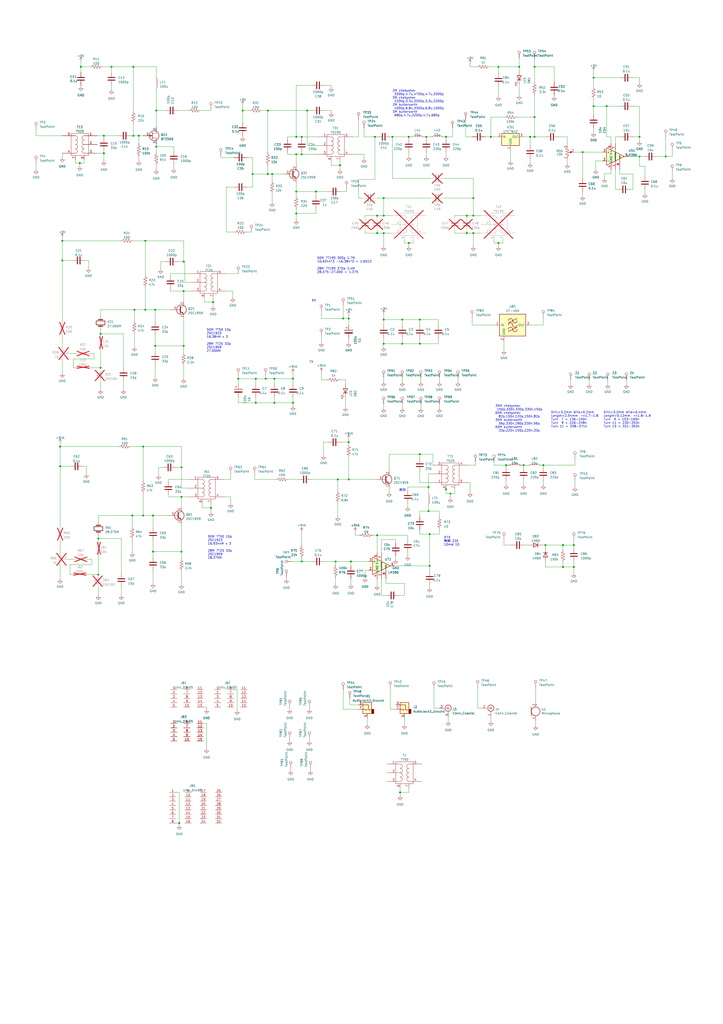
<source format=kicad_sch>
(kicad_sch (version 20230121) (generator eeschema)
  (paper "A2" portrait)
  (title_block (title "50MHz AM TRX breadboard") (date "2024-05-06") (company "JK1MLY"))
  (junction (at 159.385 219.71))
  (junction (at 289.56 38.735))
  (junction (at 259.08 283.845))
  (junction (at 158.115 100.965))
  (junction (at 84.455 179.705))
  (junction (at 285.115 79.375))
  (junction (at 159.385 233.68))
  (junction (at 194.945 325.755))
  (junction (at 172.085 123.825))
  (junction (at 90.17 200.66))
  (junction (at 57.15 312.42))
  (junction (at 203.835 325.755))
  (junction (at 88.9 320.04))
  (junction (at 222.885 114.935))
  (junction (at 274.955 125.095))
  (junction (at 122.555 294.64))
  (junction (at 155.575 100.965))
  (junction (at 77.47 38.735))
  (junction (at 222.885 185.42))
  (junction (at 146.685 100.965))
  (junction (at 138.43 219.71))
  (junction (at 217.805 79.375))
  (junction (at 327.025 328.93))
  (junction (at 178.435 64.135))
  (junction (at 58.42 213.36))
  (junction (at 232.41 459.74))
  (junction (at 219.075 310.515))
  (junction (at 248.92 282.575))
  (junction (at 338.455 88.265))
  (junction (at 222.885 125.095))
  (junction (at 352.425 61.595))
  (junction (at 57.15 333.375))
  (junction (at 80.645 78.74))
  (junction (at 170.18 219.71))
  (junction (at 219.075 135.255))
  (junction (at 294.005 269.875))
  (junction (at 261.62 286.385))
  (junction (at 140.97 64.135))
  (junction (at 170.18 233.68))
  (junction (at 64.77 38.735))
  (junction (at 237.49 79.375))
  (junction (at 202.565 256.54))
  (junction (at 106.68 151.765))
  (junction (at 83.185 259.08))
  (junction (at 78.105 179.705))
  (junction (at 60.325 88.9))
  (junction (at 104.14 477.52))
  (junction (at 106.68 168.91))
  (junction (at 34.925 270.51))
  (junction (at 371.475 79.375))
  (junction (at 310.515 67.945))
  (junction (at 237.49 140.97))
  (junction (at 197.485 95.885))
  (junction (at 227.965 79.375))
  (junction (at 148.59 219.71))
  (junction (at 333.375 316.23))
  (junction (at 243.84 185.42))
  (junction (at 243.84 199.39))
  (junction (at 36.195 151.13))
  (junction (at 76.835 299.085))
  (junction (at 289.56 140.97))
  (junction (at 84.455 139.7))
  (junction (at 304.165 269.875))
  (junction (at 301.625 38.735))
  (junction (at 155.575 64.135))
  (junction (at 77.47 78.74))
  (junction (at 310.515 79.375))
  (junction (at 344.805 61.595))
  (junction (at 175.26 89.535))
  (junction (at 105.41 271.145))
  (junction (at 243.84 263.525))
  (junction (at 315.595 269.875))
  (junction (at 105.41 320.04))
  (junction (at 249.555 328.295))
  (junction (at 199.39 184.785))
  (junction (at 90.805 85.09))
  (junction (at 106.68 200.66))
  (junction (at 219.075 125.095))
  (junction (at 172.085 111.125))
  (junction (at 327.025 316.23))
  (junction (at 90.805 64.135))
  (junction (at 271.145 125.095))
  (junction (at 386.715 90.805))
  (junction (at 183.515 111.125))
  (junction (at 34.925 259.08))
  (junction (at 247.65 79.375))
  (junction (at 148.59 233.68))
  (junction (at 371.475 90.805))
  (junction (at 60.325 78.74))
  (junction (at 123.825 175.26))
  (junction (at 233.68 185.42))
  (junction (at 307.975 79.375))
  (junction (at 175.26 325.755))
  (junction (at 249.555 309.88))
  (junction (at 274.955 135.255))
  (junction (at 196.215 278.13))
  (junction (at 88.9 299.085))
  (junction (at 154.305 219.71))
  (junction (at 233.68 199.39))
  (junction (at 222.885 199.39))
  (junction (at 202.565 278.13))
  (junction (at 90.17 179.705))
  (junction (at 310.515 38.735))
  (junction (at 316.865 316.23))
  (junction (at 271.145 135.255))
  (junction (at 172.085 89.535))
  (junction (at 202.565 184.785))
  (junction (at 175.26 79.375))
  (junction (at 83.185 299.085))
  (junction (at 259.08 79.375))
  (junction (at 46.99 38.735))
  (junction (at 333.375 328.93))
  (junction (at 58.42 193.675))
  (junction (at 344.805 45.085))
  (junction (at 36.195 139.7))
  (junction (at 46.355 94.615))
  (junction (at 274.955 114.935))
  (junction (at 222.885 135.255))
  (junction (at 105.41 288.29))
  (junction (at 248.92 296.545))
  (junction (at 172.085 79.375))
  (wire (pts (xy 249.555 309.88) (xy 249.555 328.295)))
  (wire (pts (xy 175.26 88.265) (xy 175.26 89.535)))
  (wire (pts (xy 311.15 398.78) (xy 311.15 407.67)))
  (wire (pts (xy 203.2 408.94) (xy 203.2 405.13)))
  (wire (pts (xy 50.8 324.485) (xy 53.34 324.485)))
  (wire (pts (xy 237.49 88.265) (xy 237.49 90.805)))
  (wire (pts (xy 46.99 38.735) (xy 52.07 38.735)))
  (wire (pts (xy 354.965 79.375) (xy 354.965 83.185)))
  (wire (pts (xy 160.02 278.13) (xy 147.955 278.13)))
  (wire (pts (xy 83.185 299.085) (xy 88.9 299.085)))
  (wire (pts (xy 234.95 338.455) (xy 234.95 345.44)))
  (wire (pts (xy 143.51 108.585) (xy 146.685 108.585)))
  (wire (pts (xy 102.235 459.74) (xy 104.14 459.74)))
  (wire (pts (xy 273.05 280.035) (xy 273.05 285.75)))
  (wire (pts (xy 360.045 98.425) (xy 360.045 100.965)))
  (wire (pts (xy 367.665 109.855) (xy 366.395 109.855)))
  (wire (pts (xy 234.95 139.065) (xy 234.95 140.97)))
  (wire (pts (xy 133.985 288.29) (xy 133.985 292.1)))
  (wire (pts (xy 294.005 269.875) (xy 295.275 269.875)))
  (wire (pts (xy 255.27 219.075) (xy 255.27 221.615)))
  (wire (pts (xy 120.015 419.735) (xy 120.015 434.34)))
  (wire (pts (xy 40.64 327.66) (xy 53.34 327.66)))
  (wire (pts (xy 315.595 269.875) (xy 315.595 271.145)))
  (wire (pts (xy 70.485 312.42) (xy 70.485 332.74)))
  (wire (pts (xy 170.18 233.68) (xy 170.18 235.585)))
  (wire (pts (xy 71.755 193.675) (xy 71.755 213.36)))
  (wire (pts (xy 327.025 326.39) (xy 327.025 328.93)))
  (wire (pts (xy 237.49 79.375) (xy 238.76 79.375)))
  (wire (pts (xy 184.785 84.455) (xy 178.435 84.455)))
  (wire (pts (xy 236.855 313.055) (xy 236.855 310.515)))
  (wire (pts (xy 274.955 125.095) (xy 279.4 125.095)))
  (wire (pts (xy 338.455 111.125) (xy 338.455 113.665)))
  (wire (pts (xy 222.885 114.935) (xy 222.885 125.095)))
  (wire (pts (xy 224.155 335.915) (xy 224.155 338.455)))
  (wire (pts (xy 292.735 67.945) (xy 285.115 67.945)))
  (wire (pts (xy 159.385 230.505) (xy 159.385 233.68)))
  (wire (pts (xy 210.82 114.935) (xy 208.28 114.935)))
  (wire (pts (xy 327.025 316.23) (xy 333.375 316.23)))
  (wire (pts (xy 43.815 94.615) (xy 46.355 94.615)))
  (wire (pts (xy 310.515 79.375) (xy 316.865 79.375)))
  (wire (pts (xy 251.46 274.955) (xy 248.92 274.955)))
  (wire (pts (xy 234.95 416.56) (xy 234.95 420.37)))
  (wire (pts (xy 131.445 108.585) (xy 131.445 134.62)))
  (wire (pts (xy 100.965 87.63) (xy 100.965 85.09)))
  (wire (pts (xy 188.595 49.53) (xy 192.405 49.53)))
  (wire (pts (xy 229.87 322.58) (xy 229.87 324.485)))
  (wire (pts (xy 99.06 168.91) (xy 99.06 167.64)))
  (wire (pts (xy 226.695 411.48) (xy 226.695 399.415)))
  (wire (pts (xy 240.03 140.97) (xy 237.49 140.97)))
  (wire (pts (xy 46.99 35.56) (xy 46.99 38.735)))
  (wire (pts (xy 180.975 49.53) (xy 172.085 49.53)))
  (wire (pts (xy 188.595 325.755) (xy 194.945 325.755)))
  (wire (pts (xy 222.885 125.095) (xy 227.33 125.095)))
  (wire (pts (xy 50.165 270.51) (xy 50.165 274.955)))
  (wire (pts (xy 175.26 325.755) (xy 180.975 325.755)))
  (wire (pts (xy 128.27 91.44) (xy 128.27 90.17)))
  (wire (pts (xy 92.075 271.145) (xy 92.075 275.59)))
  (wire (pts (xy 199.39 411.48) (xy 199.39 400.05)))
  (wire (pts (xy 222.885 199.39) (xy 222.885 201.295)))
  (wire (pts (xy 371.475 90.805) (xy 374.015 90.805)))
  (wire (pts (xy 264.16 135.255) (xy 271.145 135.255)))
  (wire (pts (xy 292.1 139.065) (xy 292.1 140.97)))
  (wire (pts (xy 155.575 100.965) (xy 158.115 100.965)))
  (wire (pts (xy 307.975 79.375) (xy 310.515 79.375)))
  (wire (pts (xy 294.005 269.875) (xy 294.005 271.145)))
  (wire (pts (xy 240.03 139.065) (xy 240.03 140.97)))
  (wire (pts (xy 203.835 325.755) (xy 194.945 325.755)))
  (wire (pts (xy 42.545 213.36) (xy 42.545 208.28)))
  (wire (pts (xy 57.15 312.42) (xy 57.15 314.325)))
  (wire (pts (xy 248.92 296.545) (xy 255.27 296.545)))
  (wire (pts (xy 247.65 79.375) (xy 247.65 80.645)))
  (wire (pts (xy 131.445 134.62) (xy 135.89 134.62)))
  (wire (pts (xy 255.27 234.315) (xy 255.27 236.855)))
  (wire (pts (xy 314.325 269.875) (xy 315.595 269.875)))
  (wire (pts (xy 264.16 125.095) (xy 271.145 125.095)))
  (wire (pts (xy 180.975 278.13) (xy 196.215 278.13)))
  (wire (pts (xy 192.405 95.885) (xy 197.485 95.885)))
  (wire (pts (xy 281.94 79.375) (xy 285.115 79.375)))
  (wire (pts (xy 226.06 263.525) (xy 226.06 273.05)))
  (wire (pts (xy 244.475 219.075) (xy 244.475 221.615)))
  (wire (pts (xy 70.485 340.36) (xy 70.485 345.44)))
  (wire (pts (xy 90.805 85.09) (xy 90.805 88.265)))
  (wire (pts (xy 100.965 95.25) (xy 100.965 97.79)))
  (wire (pts (xy 146.685 100.965) (xy 155.575 100.965)))
  (wire (pts (xy 360.045 45.085) (xy 344.805 45.085)))
  (wire (pts (xy 274.955 114.935) (xy 274.955 125.095)))
  (wire (pts (xy 216.535 310.515) (xy 219.075 310.515)))
  (wire (pts (xy 196.215 278.13) (xy 196.215 284.48)))
  (wire (pts (xy 105.41 288.29) (xy 97.79 288.29)))
  (wire (pts (xy 58.42 221.615) (xy 58.42 226.06)))
  (wire (pts (xy 304.165 269.875) (xy 304.165 271.145)))
  (wire (pts (xy 353.06 220.345) (xy 353.06 222.885)))
  (wire (pts (xy 221.615 335.915) (xy 221.615 345.44)))
  (wire (pts (xy 168.275 428.625) (xy 168.275 429.895)))
  (wire (pts (xy 56.515 78.74) (xy 60.325 78.74)))
  (wire (pts (xy 76.2 259.08) (xy 83.185 259.08)))
  (wire (pts (xy 315.595 188.595) (xy 307.975 188.595)))
  (wire (pts (xy 97.79 278.13) (xy 109.855 278.13)))
  (wire (pts (xy 197.485 220.345) (xy 200.66 220.345)))
  (wire (pts (xy 36.195 88.9) (xy 36.195 91.44)))
  (wire (pts (xy 365.125 90.805) (xy 371.475 90.805)))
  (wire (pts (xy 208.28 411.48) (xy 199.39 411.48)))
  (wire (pts (xy 128.27 91.44) (xy 135.89 91.44)))
  (wire (pts (xy 264.16 135.255) (xy 264.16 133.985)))
  (wire (pts (xy 357.505 109.855) (xy 358.775 109.855)))
  (wire (pts (xy 137.795 400.05) (xy 137.795 412.115)))
  (wire (pts (xy 338.455 88.265) (xy 349.885 88.265)))
  (wire (pts (xy 36.195 137.795) (xy 36.195 139.7)))
  (wire (pts (xy 51.435 151.13) (xy 51.435 155.575)))
  (wire (pts (xy 118.11 419.735) (xy 120.015 419.735)))
  (wire (pts (xy 88.9 313.69) (xy 88.9 320.04)))
  (wire (pts (xy 217.805 79.375) (xy 217.805 104.14)))
  (wire (pts (xy 90.805 64.135) (xy 90.805 73.66)))
  (wire (pts (xy 172.085 123.825) (xy 183.515 123.825)))
  (wire (pts (xy 248.92 274.955) (xy 248.92 282.575)))
  (wire (pts (xy 103.505 151.765) (xy 106.68 151.765)))
  (wire (pts (xy 344.805 41.275) (xy 344.805 45.085)))
  (wire (pts (xy 76.2 78.74) (xy 77.47 78.74)))
  (wire (pts (xy 42.545 208.28) (xy 54.61 208.28)))
  (wire (pts (xy 90.17 200.66) (xy 106.68 200.66)))
  (wire (pts (xy 243.84 263.525) (xy 251.46 263.525)))
  (wire (pts (xy 203.835 328.295) (xy 203.835 325.755)))
  (wire (pts (xy 271.78 280.035) (xy 273.05 280.035)))
  (wire (pts (xy 371.475 79.375) (xy 371.475 81.915)))
  (wire (pts (xy 227.965 79.375) (xy 227.965 103.505)))
  (wire (pts (xy 123.825 175.26) (xy 123.825 177.8)))
  (wire (pts (xy 301.625 38.735) (xy 301.625 41.275)))
  (wire (pts (xy 46.99 49.53) (xy 46.99 50.165)))
  (wire (pts (xy 64.77 49.53) (xy 64.77 52.07)))
  (wire (pts (xy 90.805 85.09) (xy 100.965 85.09)))
  (wire (pts (xy 232.41 459.74) (xy 232.41 461.645)))
  (wire (pts (xy 222.885 196.215) (xy 222.885 199.39)))
  (wire (pts (xy 106.68 168.91) (xy 99.06 168.91)))
  (wire (pts (xy 307.975 92.075) (xy 307.975 94.615)))
  (wire (pts (xy 80.645 78.74) (xy 80.645 83.185)))
  (wire (pts (xy 271.145 133.985) (xy 271.145 135.255)))
  (wire (pts (xy 367.665 45.085) (xy 371.475 45.085)))
  (wire (pts (xy 57.15 312.42) (xy 70.485 312.42)))
  (wire (pts (xy 105.41 259.08) (xy 105.41 271.145)))
  (wire (pts (xy 159.385 219.71) (xy 170.18 219.71)))
  (wire (pts (xy 307.975 79.375) (xy 307.975 84.455)))
  (wire (pts (xy 247.65 88.265) (xy 247.65 90.805)))
  (wire (pts (xy 197.485 95.885) (xy 197.485 98.425)))
  (wire (pts (xy 199.39 184.785) (xy 202.565 184.785)))
  (wire (pts (xy 233.68 234.315) (xy 233.68 236.855)))
  (wire (pts (xy 222.885 135.255) (xy 219.075 135.255)))
  (wire (pts (xy 211.455 79.375) (xy 217.805 79.375)))
  (wire (pts (xy 170.18 219.71) (xy 170.18 222.885)))
  (wire (pts (xy 243.84 309.88) (xy 249.555 309.88)))
  (wire (pts (xy 243.84 296.545) (xy 248.92 296.545)))
  (wire (pts (xy 58.42 213.36) (xy 58.42 213.995)))
  (wire (pts (xy 344.805 57.785) (xy 344.805 61.595)))
  (wire (pts (xy 186.69 180.975) (xy 186.69 184.785)))
  (wire (pts (xy 316.865 316.23) (xy 316.865 318.135)))
  (wire (pts (xy 118.11 410.21) (xy 120.015 410.21)))
  (wire (pts (xy 138.43 230.505) (xy 138.43 233.68)))
  (wire (pts (xy 338.455 88.265) (xy 338.455 103.505)))
  (wire (pts (xy 49.53 151.13) (xy 51.435 151.13)))
  (wire (pts (xy 237.49 457.2) (xy 237.49 459.74)))
  (wire (pts (xy 237.49 79.375) (xy 237.49 80.645)))
  (wire (pts (xy 344.805 61.595) (xy 344.805 66.675)))
  (wire (pts (xy 315.595 184.15) (xy 315.595 188.595)))
  (wire (pts (xy 106.68 139.7) (xy 106.68 151.765)))
  (wire (pts (xy 158.115 100.965) (xy 164.465 100.965)))
  (wire (pts (xy 229.235 328.295) (xy 249.555 328.295)))
  (wire (pts (xy 260.35 415.925) (xy 260.35 418.465)))
  (wire (pts (xy 243.84 296.545) (xy 243.84 299.72)))
  (wire (pts (xy 200.66 230.505) (xy 200.66 236.22)))
  (wire (pts (xy 202.565 196.215) (xy 202.565 198.755)))
  (wire (pts (xy 117.475 294.64) (xy 122.555 294.64)))
  (wire (pts (xy 202.565 256.54) (xy 202.565 257.81)))
  (wire (pts (xy 233.68 199.39) (xy 243.84 199.39)))
  (wire (pts (xy 292.735 198.755) (xy 292.735 203.2)))
  (wire (pts (xy 294.005 278.765) (xy 294.005 281.305)))
  (wire (pts (xy 95.885 64.135) (xy 90.805 64.135)))
  (wire (pts (xy 221.615 313.055) (xy 221.615 320.675)))
  (wire (pts (xy 60.325 87.63) (xy 60.325 88.9)))
  (wire (pts (xy 304.165 278.765) (xy 304.165 281.305)))
  (wire (pts (xy 274.955 135.255) (xy 271.145 135.255)))
  (wire (pts (xy 354.965 98.425) (xy 354.965 100.711)))
  (wire (pts (xy 243.84 199.39) (xy 254.635 199.39)))
  (wire (pts (xy 310.515 38.735) (xy 310.515 47.625)))
  (wire (pts (xy 257.81 103.505) (xy 274.955 103.505)))
  (wire (pts (xy 304.8 316.23) (xy 307.34 316.23)))
  (wire (pts (xy 390.525 99.695) (xy 390.525 103.505)))
  (wire (pts (xy 310.515 38.735) (xy 321.945 38.735)))
  (wire (pts (xy 76.835 299.085) (xy 76.835 305.435)))
  (wire (pts (xy 390.525 86.995) (xy 390.525 90.805)))
  (wire (pts (xy 237.49 140.97) (xy 234.95 140.97)))
  (wire (pts (xy 301.625 33.655) (xy 301.625 38.735)))
  (wire (pts (xy 276.225 267.97) (xy 276.225 269.875)))
  (wire (pts (xy 167.64 278.13) (xy 173.355 278.13)))
  (wire (pts (xy 90.17 200.66) (xy 90.17 203.835)))
  (wire (pts (xy 105.41 320.04) (xy 105.41 323.85)))
  (wire (pts (xy 352.425 61.595) (xy 352.425 79.375)))
  (wire (pts (xy 270.51 79.375) (xy 274.32 79.375)))
  (wire (pts (xy 357.505 98.425) (xy 357.505 109.855)))
  (wire (pts (xy 140.97 64.135) (xy 140.97 71.12)))
  (wire (pts (xy 371.475 96.52) (xy 371.475 90.805)))
  (wire (pts (xy 310.515 33.655) (xy 310.515 38.735)))
  (wire (pts (xy 233.68 188.595) (xy 233.68 185.42)))
  (wire (pts (xy 104.14 477.52) (xy 104.14 478.79)))
  (wire (pts (xy 234.95 345.44) (xy 231.775 345.44)))
  (wire (pts (xy 289.56 38.735) (xy 289.56 42.545)))
  (wire (pts (xy 192.405 64.135) (xy 192.405 65.405)))
  (wire (pts (xy 327.025 316.23) (xy 327.025 318.77)))
  (wire (pts (xy 175.26 323.85) (xy 175.26 325.755)))
  (wire (pts (xy 274.955 135.255) (xy 279.4 135.255)))
  (wire (pts (xy 287.02 269.875) (xy 294.005 269.875)))
  (wire (pts (xy 152.4 64.135) (xy 155.575 64.135)))
  (wire (pts (xy 219.075 133.985) (xy 219.075 135.255)))
  (wire (pts (xy 292.735 313.055) (xy 292.735 316.23)))
  (wire (pts (xy 289.56 140.97) (xy 287.02 140.97)))
  (wire (pts (xy 221.615 345.44) (xy 224.155 345.44)))
  (wire (pts (xy 222.885 114.935) (xy 250.19 114.935)))
  (wire (pts (xy 243.84 185.42) (xy 243.84 188.595)))
  (wire (pts (xy 105.41 283.21) (xy 105.41 271.145)))
  (wire (pts (xy 285.115 415.925) (xy 285.115 418.465)))
  (wire (pts (xy 36.195 78.74) (xy 20.955 78.74)))
  (wire (pts (xy 205.105 79.375) (xy 208.28 79.375)))
  (wire (pts (xy 315.595 278.765) (xy 315.595 281.305)))
  (wire (pts (xy 57.15 321.945) (xy 57.15 333.375)))
  (wire (pts (xy 196.215 278.13) (xy 202.565 278.13)))
  (wire (pts (xy 34.925 270.51) (xy 34.925 259.08)))
  (wire (pts (xy 144.78 64.135) (xy 140.97 64.135)))
  (wire (pts (xy 143.51 91.44) (xy 146.685 91.44)))
  (wire (pts (xy 208.28 408.94) (xy 203.2 408.94)))
  (wire (pts (xy 106.68 168.91) (xy 106.68 174.625)))
  (wire (pts (xy 333.375 325.755) (xy 333.375 328.93)))
  (wire (pts (xy 172.085 49.53) (xy 172.085 79.375)))
  (wire (pts (xy 367.665 79.375) (xy 371.475 79.375)))
  (wire (pts (xy 236.855 282.575) (xy 248.92 282.575)))
  (wire (pts (xy 99.06 158.75) (xy 111.125 158.75)))
  (wire (pts (xy 264.16 286.385) (xy 264.16 283.845)))
  (wire (pts (xy 247.65 79.375) (xy 250.19 79.375)))
  (wire (pts (xy 285.115 67.945) (xy 285.115 79.375)))
  (wire (pts (xy 259.08 283.845) (xy 259.08 286.385)))
  (wire (pts (xy 183.515 111.125) (xy 172.085 111.125)))
  (wire (pts (xy 148.59 219.71) (xy 148.59 222.885)))
  (wire (pts (xy 172.085 123.825) (xy 172.085 127.635)))
  (wire (pts (xy 371.475 45.085) (xy 371.475 48.26)))
  (wire (pts (xy 77.47 71.755) (xy 77.47 78.74)))
  (wire (pts (xy 58.42 193.675) (xy 71.755 193.675)))
  (wire (pts (xy 147.955 274.955) (xy 147.955 278.13)))
  (wire (pts (xy 270.51 69.215) (xy 270.51 79.375)))
  (wire (pts (xy 36.195 151.13) (xy 41.91 151.13)))
  (wire (pts (xy 36.195 139.7) (xy 69.85 139.7)))
  (wire (pts (xy 189.865 220.345) (xy 186.69 220.345)))
  (wire (pts (xy 331.47 220.345) (xy 331.47 222.885)))
  (wire (pts (xy 76.835 313.055) (xy 76.835 320.675)))
  (wire (pts (xy 34.925 259.08) (xy 68.58 259.08)))
  (wire (pts (xy 273.05 36.83) (xy 273.05 38.735)))
  (wire (pts (xy 222.885 185.42) (xy 222.885 188.595)))
  (wire (pts (xy 104.14 459.74) (xy 104.14 477.52)))
  (wire (pts (xy 58.42 193.675) (xy 58.42 194.945)))
  (wire (pts (xy 342.265 220.345) (xy 342.265 222.885)))
  (wire (pts (xy 57.15 340.995) (xy 57.15 345.44)))
  (wire (pts (xy 172.085 106.045) (xy 172.085 111.125)))
  (wire (pts (xy 172.085 121.285) (xy 172.085 123.825)))
  (wire (pts (xy 60.325 78.74) (xy 68.58 78.74)))
  (wire (pts (xy 237.49 459.74) (xy 232.41 459.74)))
  (wire (pts (xy 34.925 328.295) (xy 34.925 335.915)))
  (wire (pts (xy 148.59 230.505) (xy 148.59 233.68)))
  (wire (pts (xy 271.145 125.095) (xy 274.955 125.095)))
  (wire (pts (xy 219.075 335.915) (xy 219.075 339.725)))
  (wire (pts (xy 233.68 219.075) (xy 233.68 221.615)))
  (wire (pts (xy 42.545 333.375) (xy 40.64 333.375)))
  (wire (pts (xy 222.885 234.315) (xy 222.885 236.855)))
  (wire (pts (xy 192.405 93.345) (xy 192.405 95.885)))
  (wire (pts (xy 131.445 158.75) (xy 138.43 158.75)))
  (wire (pts (xy 208.28 104.14) (xy 217.805 104.14)))
  (wire (pts (xy 77.47 38.735) (xy 90.805 38.735)))
  (wire (pts (xy 212.09 135.255) (xy 212.09 133.985)))
  (wire (pts (xy 58.42 191.135) (xy 58.42 193.675)))
  (wire (pts (xy 257.81 79.375) (xy 259.08 79.375)))
  (wire (pts (xy 226.695 79.375) (xy 227.965 79.375)))
  (wire (pts (xy 194.945 325.755) (xy 194.945 327.66)))
  (wire (pts (xy 60.325 78.74) (xy 60.325 80.01)))
  (wire (pts (xy 34.925 257.175) (xy 34.925 259.08)))
  (wire (pts (xy 58.42 202.565) (xy 58.42 213.36)))
  (wire (pts (xy 344.805 61.595) (xy 352.425 61.595)))
  (wire (pts (xy 271.78 269.875) (xy 276.225 269.875)))
  (wire (pts (xy 103.505 64.135) (xy 109.22 64.135)))
  (wire (pts (xy 202.565 265.43) (xy 202.565 278.13)))
  (wire (pts (xy 118.745 172.72) (xy 118.745 175.26)))
  (wire (pts (xy 166.37 334.645) (xy 166.37 335.915)))
  (wire (pts (xy 168.275 410.21) (xy 168.275 411.48)))
  (wire (pts (xy 255.27 296.545) (xy 255.27 299.72)))
  (wire (pts (xy 251.46 269.875) (xy 251.46 263.525)))
  (wire (pts (xy 344.805 74.295) (xy 344.805 76.835)))
  (wire (pts (xy 246.38 79.375) (xy 247.65 79.375)))
  (wire (pts (xy 212.09 330.835) (xy 212.09 335.28)))
  (wire (pts (xy 292.1 140.97) (xy 289.56 140.97)))
  (wire (pts (xy 172.085 89.535) (xy 167.005 89.535)))
  (wire (pts (xy 287.02 139.065) (xy 287.02 140.97)))
  (wire (pts (xy 88.9 320.04) (xy 88.9 323.215)))
  (wire (pts (xy 46.355 94.615) (xy 46.355 96.52)))
  (wire (pts (xy 237.49 140.97) (xy 237.49 142.875)))
  (wire (pts (xy 219.075 310.515) (xy 236.855 310.515)))
  (wire (pts (xy 243.84 280.035) (xy 251.46 280.035)))
  (wire (pts (xy 187.96 256.54) (xy 187.96 264.16)))
  (wire (pts (xy 122.555 292.1) (xy 122.555 294.64)))
  (wire (pts (xy 93.345 151.765) (xy 95.885 151.765)))
  (wire (pts (xy 83.185 259.08) (xy 105.41 259.08)))
  (wire (pts (xy 222.885 185.42) (xy 233.68 185.42)))
  (wire (pts (xy 213.36 416.56) (xy 213.36 420.37)))
  (wire (pts (xy 315.595 269.875) (xy 334.01 269.875)))
  (wire (pts (xy 203.835 325.755) (xy 213.995 325.755)))
  (wire (pts (xy 36.195 194.31) (xy 36.195 201.295)))
  (wire (pts (xy 34.925 306.07) (xy 34.925 270.51)))
  (wire (pts (xy 111.125 168.91) (xy 106.68 168.91)))
  (wire (pts (xy 287.02 267.97) (xy 287.02 269.875)))
  (wire (pts (xy 122.555 64.135) (xy 116.84 64.135)))
  (wire (pts (xy 346.075 93.345) (xy 349.885 93.345)))
  (wire (pts (xy 90.17 186.69) (xy 90.17 179.705)))
  (wire (pts (xy 34.925 270.51) (xy 40.64 270.51)))
  (wire (pts (xy 243.84 263.525) (xy 243.84 266.065)))
  (wire (pts (xy 211.455 74.295) (xy 211.455 79.375)))
  (wire (pts (xy 227.965 103.505) (xy 250.19 103.505)))
  (wire (pts (xy 76.835 299.085) (xy 57.15 299.085)))
  (wire (pts (xy 172.085 79.375) (xy 175.26 79.375)))
  (wire (pts (xy 54.61 208.28) (xy 54.61 205.105)))
  (wire (pts (xy 64.77 38.735) (xy 77.47 38.735)))
  (wire (pts (xy 259.08 286.385) (xy 261.62 286.385)))
  (wire (pts (xy 77.47 38.735) (xy 77.47 64.135)))
  (wire (pts (xy 106.68 200.66) (xy 106.68 204.47)))
  (wire (pts (xy 53.34 327.66) (xy 53.34 324.485)))
  (wire (pts (xy 38.735 324.485) (xy 43.18 324.485)))
  (wire (pts (xy 105.41 304.165) (xy 105.41 320.04)))
  (wire (pts (xy 292.735 316.23) (xy 297.18 316.23)))
  (wire (pts (xy 274.955 103.505) (xy 274.955 114.935)))
  (wire (pts (xy 175.26 89.535) (xy 172.085 89.535)))
  (wire (pts (xy 304.165 269.875) (xy 306.705 269.875)))
  (wire (pts (xy 274.32 184.15) (xy 274.32 188.595)))
  (wire (pts (xy 208.28 69.215) (xy 208.28 79.375)))
  (wire (pts (xy 167.005 88.265) (xy 167.005 89.535)))
  (wire (pts (xy 178.435 64.135) (xy 180.975 64.135)))
  (wire (pts (xy 154.305 219.71) (xy 159.385 219.71)))
  (wire (pts (xy 259.08 282.575) (xy 259.08 283.845)))
  (wire (pts (xy 36.195 186.69) (xy 36.195 151.13)))
  (wire (pts (xy 259.08 79.375) (xy 259.08 80.645)))
  (wire (pts (xy 71.755 220.98) (xy 71.755 226.06)))
  (wire (pts (xy 233.68 185.42) (xy 243.84 185.42)))
  (wire (pts (xy 324.485 79.375) (xy 329.565 79.375)))
  (wire (pts (xy 90.805 95.885) (xy 90.805 98.425)))
  (wire (pts (xy 57.15 299.085) (xy 57.15 302.895)))
  (wire (pts (xy 97.79 278.13) (xy 97.79 279.4)))
  (wire (pts (xy 367.665 100.965) (xy 367.665 109.855)))
  (wire (pts (xy 92.075 271.145) (xy 94.615 271.145)))
  (wire (pts (xy 170.18 230.505) (xy 170.18 233.68)))
  (wire (pts (xy 374.65 96.52) (xy 371.475 96.52)))
  (wire (pts (xy 249.555 339.09) (xy 249.555 340.995)))
  (wire (pts (xy 371.475 61.595) (xy 371.475 79.375)))
  (wire (pts (xy 222.885 182.245) (xy 222.885 185.42)))
  (wire (pts (xy 52.07 205.105) (xy 54.61 205.105)))
  (wire (pts (xy 48.895 92.71) (xy 48.895 94.615)))
  (wire (pts (xy 229.87 313.055) (xy 221.615 313.055)))
  (wire (pts (xy 77.47 78.74) (xy 80.645 78.74)))
  (wire (pts (xy 34.925 313.69) (xy 34.925 320.675)))
  (wire (pts (xy 255.27 309.88) (xy 255.27 307.34)))
  (wire (pts (xy 386.715 90.805) (xy 381.635 90.805)))
  (wire (pts (xy 83.185 286.385) (xy 83.185 299.085)))
  (wire (pts (xy 218.44 114.935) (xy 222.885 114.935)))
  (wire (pts (xy 106.68 184.785) (xy 106.68 200.66)))
  (wire (pts (xy 109.855 283.21) (xy 105.41 283.21)))
  (wire (pts (xy 321.945 38.735) (xy 321.945 47.625)))
  (wire (pts (xy 46.99 38.735) (xy 46.99 41.91)))
  (wire (pts (xy 374.65 102.235) (xy 374.65 96.52)))
  (wire (pts (xy 184.785 89.535) (xy 175.26 89.535)))
  (wire (pts (xy 78.105 179.705) (xy 78.105 186.055)))
  (wire (pts (xy 105.41 288.29) (xy 105.41 294.005)))
  (wire (pts (xy 213.995 330.835) (xy 212.09 330.835)))
  (wire (pts (xy 271.145 125.095) (xy 271.145 126.365)))
  (wire (pts (xy 186.69 184.785) (xy 199.39 184.785)))
  (wire (pts (xy 155.575 64.135) (xy 155.575 88.265)))
  (wire (pts (xy 222.885 135.255) (xy 222.885 142.875)))
  (wire (pts (xy 169.545 325.755) (xy 175.26 325.755)))
  (wire (pts (xy 248.92 293.37) (xy 248.92 296.545)))
  (wire (pts (xy 205.105 89.535) (xy 211.455 89.535)))
  (wire (pts (xy 83.185 259.08) (xy 83.185 278.765)))
  (wire (pts (xy 334.01 266.065) (xy 334.01 269.875)))
  (wire (pts (xy 90.17 179.705) (xy 99.06 179.705)))
  (wire (pts (xy 333.375 316.23) (xy 333.375 318.135)))
  (wire (pts (xy 133.985 274.955) (xy 133.985 278.13)))
  (wire (pts (xy 140.97 78.74) (xy 140.97 79.375)))
  (wire (pts (xy 254.635 196.215) (xy 254.635 199.39)))
  (wire (pts (xy 138.43 219.71) (xy 148.59 219.71)))
  (wire (pts (xy 314.96 316.23) (xy 316.865 316.23)))
  (wire (pts (xy 236.855 320.675) (xy 236.855 322.58)))
  (wire (pts (xy 178.435 84.455) (xy 178.435 64.135)))
  (wire (pts (xy 259.08 88.265) (xy 259.08 90.805)))
  (wire (pts (xy 212.09 125.095) (xy 219.075 125.095)))
  (wire (pts (xy 102.235 477.52) (xy 104.14 477.52)))
  (wire (pts (xy 102.235 271.145) (xy 105.41 271.145)))
  (wire (pts (xy 90.805 52.07) (xy 90.805 64.135)))
  (wire (pts (xy 280.035 410.845) (xy 277.495 410.845)))
  (wire (pts (xy 259.08 79.375) (xy 262.89 79.375)))
  (wire (pts (xy 266.065 219.075) (xy 266.065 221.615)))
  (wire (pts (xy 304.165 79.375) (xy 307.975 79.375)))
  (wire (pts (xy 158.115 100.965) (xy 158.115 104.775)))
  (wire (pts (xy 203.835 335.915) (xy 203.835 339.09)))
  (wire (pts (xy 143.51 134.62) (xy 146.05 134.62)))
  (wire (pts (xy 180.34 445.77) (xy 180.34 447.04)))
  (wire (pts (xy 60.325 88.9) (xy 60.325 93.345)))
  (wire (pts (xy 274.955 135.255) (xy 274.955 142.875)))
  (wire (pts (xy 140.97 64.135) (xy 140.97 60.96)))
  (wire (pts (xy 90.805 38.735) (xy 90.805 44.45)))
  (wire (pts (xy 226.06 263.525) (xy 243.84 263.525)))
  (wire (pts (xy 249.555 328.295) (xy 249.555 331.47)))
  (wire (pts (xy 321.945 55.245) (xy 321.945 55.88)))
  (wire (pts (xy 301.625 48.895) (xy 301.625 55.245)))
  (wire (pts (xy 229.87 314.96) (xy 229.87 313.055)))
  (wire (pts (xy 202.565 184.785) (xy 202.565 188.595)))
  (wire (pts (xy 200.66 220.345) (xy 200.66 222.885)))
  (wire (pts (xy 276.86 38.735) (xy 273.05 38.735)))
  (wire (pts (xy 316.865 316.23) (xy 327.025 316.23)))
  (wire (pts (xy 77.47 139.7) (xy 84.455 139.7)))
  (wire (pts (xy 224.155 338.455) (xy 234.95 338.455)))
  (wire (pts (xy 155.575 64.135) (xy 178.435 64.135)))
  (wire (pts (xy 138.43 217.805) (xy 138.43 219.71)))
  (wire (pts (xy 135.89 400.05) (xy 137.795 400.05)))
  (wire (pts (xy 217.805 79.375) (xy 219.075 79.375)))
  (wire (pts (xy 363.855 220.345) (xy 363.855 222.885)))
  (wire (pts (xy 277.495 410.845) (xy 277.495 398.78)))
  (wire (pts (xy 105.41 331.47) (xy 105.41 339.09)))
  (wire (pts (xy 390.525 90.805) (xy 386.715 90.805)))
  (wire (pts (xy 199.39 177.165) (xy 199.39 184.785)))
  (wire (pts (xy 36.195 208.915) (xy 36.195 216.535)))
  (wire (pts (xy 329.565 92.075) (xy 329.565 95.123)))
  (wire (pts (xy 351.155 100.711) (xy 351.155 103.505)))
  (wire (pts (xy 211.455 89.535) (xy 211.455 92.075)))
  (wire (pts (xy 93.345 151.765) (xy 93.345 156.21)))
  (wire (pts (xy 255.27 410.845) (xy 252.095 410.845)))
  (wire (pts (xy 167.005 79.375) (xy 167.005 80.645)))
  (wire (pts (xy 50.165 333.375) (xy 57.15 333.375)))
  (wire (pts (xy 219.075 125.095) (xy 219.075 126.365)))
  (wire (pts (xy 333.375 88.265) (xy 338.455 88.265)))
  (wire (pts (xy 232.41 457.2) (xy 232.41 459.74)))
  (wire (pts (xy 123.825 172.72) (xy 123.825 175.26)))
  (wire (pts (xy 206.375 310.515) (xy 208.915 310.515)))
  (wire (pts (xy 175.26 79.375) (xy 175.26 80.645)))
  (wire (pts (xy 236.855 284.48) (xy 236.855 282.575)))
  (wire (pts (xy 352.425 61.595) (xy 360.045 61.595)))
  (wire (pts (xy 226.06 283.21) (xy 226.06 285.75)))
  (wire (pts (xy 316.865 325.755) (xy 316.865 328.93)))
  (wire (pts (xy 117.475 292.1) (xy 117.475 294.64)))
  (wire (pts (xy 84.455 179.705) (xy 78.105 179.705)))
  (wire (pts (xy 146.685 108.585) (xy 146.685 100.965)))
  (wire (pts (xy 138.43 219.71) (xy 138.43 222.885)))
  (wire (pts (xy 130.175 288.29) (xy 133.985 288.29)))
  (wire (pts (xy 257.81 114.935) (xy 274.955 114.935)))
  (wire (pts (xy 184.785 79.375) (xy 175.26 79.375)))
  (wire (pts (xy 311.15 417.83) (xy 311.15 421.005)))
  (wire (pts (xy 243.84 196.215) (xy 243.84 199.39)))
  (wire (pts (xy 329.565 79.375) (xy 329.565 84.455)))
  (wire (pts (xy 120.015 410.21) (xy 120.015 411.48)))
  (wire (pts (xy 146.685 91.44) (xy 146.685 100.965)))
  (wire (pts (xy 187.96 256.54) (xy 190.5 256.54)))
  (wire (pts (xy 58.42 179.705) (xy 58.42 183.515)))
  (wire (pts (xy 233.68 196.215) (xy 233.68 199.39)))
  (wire (pts (xy 179.705 428.625) (xy 179.705 429.895)))
  (wire (pts (xy 334.01 278.765) (xy 334.01 282.575)))
  (wire (pts (xy 219.075 310.515) (xy 219.075 320.675)))
  (wire (pts (xy 78.105 193.675) (xy 78.105 201.295)))
  (wire (pts (xy 222.885 219.075) (xy 222.885 221.615)))
  (wire (pts (xy 111.125 163.83) (xy 107.315 163.83)))
  (wire (pts (xy 333.375 313.055) (xy 333.375 316.23)))
  (wire (pts (xy 316.865 328.93) (xy 327.025 328.93)))
  (wire (pts (xy 261.62 286.385) (xy 261.62 288.925)))
  (wire (pts (xy 183.515 111.125) (xy 190.5 111.125)))
  (wire (pts (xy 196.215 292.1) (xy 196.215 299.72)))
  (wire (pts (xy 186.69 215.9) (xy 186.69 220.345)))
  (wire (pts (xy 208.28 114.935) (xy 208.28 104.14)))
  (wire (pts (xy 60.325 88.9) (xy 56.515 88.9)))
  (wire (pts (xy 159.385 222.885) (xy 159.385 219.71)))
  (wire (pts (xy 346.075 93.345) (xy 346.075 98.425)))
  (wire (pts (xy 154.305 217.805) (xy 154.305 219.71)))
  (wire (pts (xy 107.315 151.765) (xy 106.68 151.765)))
  (wire (pts (xy 109.855 288.29) (xy 105.41 288.29)))
  (wire (pts (xy 48.26 270.51) (xy 50.165 270.51)))
  (wire (pts (xy 138.43 233.68) (xy 148.59 233.68)))
  (wire (pts (xy 192.405 49.53) (xy 192.405 50.8)))
  (wire (pts (xy 122.555 294.64) (xy 122.555 297.18)))
  (wire (pts (xy 80.645 78.74) (xy 83.185 78.74)))
  (wire (pts (xy 357.505 79.375) (xy 357.505 83.185)))
  (wire (pts (xy 175.26 308.61) (xy 175.26 316.23)))
  (wire (pts (xy 183.515 121.285) (xy 183.515 123.825)))
  (wire (pts (xy 244.475 234.315) (xy 244.475 236.855)))
  (wire (pts (xy 84.455 139.7) (xy 84.455 159.385)))
  (wire (pts (xy 84.455 167.005) (xy 84.455 179.705)))
  (wire (pts (xy 122.555 63.5) (xy 122.555 64.135)))
  (wire (pts (xy 229.87 411.48) (xy 226.695 411.48)))
  (wire (pts (xy 354.965 100.711) (xy 351.155 100.711)))
  (wire (pts (xy 344.805 45.085) (xy 344.805 50.165)))
  (wire (pts (xy 333.375 328.93) (xy 333.375 332.74)))
  (wire (pts (xy 57.15 310.515) (xy 57.15 312.42)))
  (wire (pts (xy 289.56 38.735) (xy 301.625 38.735)))
  (wire (pts (xy 179.705 410.21) (xy 179.705 411.48)))
  (wire (pts (xy 202.565 254.635) (xy 202.565 256.54)))
  (wire (pts (xy 52.07 213.36) (xy 58.42 213.36)))
  (wire (pts (xy 201.295 109.22) (xy 201.295 111.125)))
  (wire (pts (xy 99.06 158.75) (xy 99.06 160.02)))
  (wire (pts (xy 131.445 168.91) (xy 135.255 168.91)))
  (wire (pts (xy 236.855 292.1) (xy 236.855 294.005)))
  (wire (pts (xy 88.9 306.07) (xy 88.9 299.085)))
  (wire (pts (xy 64.77 38.735) (xy 64.77 41.91)))
  (wire (pts (xy 158.115 112.395) (xy 158.115 117.475)))
  (wire (pts (xy 212.09 135.255) (xy 219.075 135.255)))
  (wire (pts (xy 90.17 211.455) (xy 90.17 219.075)))
  (wire (pts (xy 97.79 288.29) (xy 97.79 287.02)))
  (wire (pts (xy 59.69 38.735) (xy 64.77 38.735)))
  (wire (pts (xy 78.105 179.705) (xy 58.42 179.705)))
  (wire (pts (xy 172.085 111.125) (xy 172.085 113.665)))
  (wire (pts (xy 88.9 320.04) (xy 105.41 320.04)))
  (wire (pts (xy 243.84 307.34) (xy 243.84 309.88)))
  (wire (pts (xy 197.485 93.345) (xy 197.485 95.885)))
  (wire (pts (xy 262.89 74.295) (xy 262.89 79.375)))
  (wire (pts (xy 327.025 328.93) (xy 333.375 328.93)))
  (wire (pts (xy 222.885 135.255) (xy 227.33 135.255)))
  (wire (pts (xy 183.515 113.665) (xy 183.515 111.125)))
  (wire (pts (xy 118.745 175.26) (xy 123.825 175.26)))
  (wire (pts (xy 168.91 445.77) (xy 168.91 447.04)))
  (wire (pts (xy 167.005 79.375) (xy 172.085 79.375)))
  (wire (pts (xy 300.355 67.945) (xy 310.515 67.945)))
  (wire (pts (xy 289.56 140.97) (xy 289.56 142.875)))
  (wire (pts (xy 206.375 308.61) (xy 206.375 310.515)))
  (wire (pts (xy 201.295 111.125) (xy 198.12 111.125)))
  (wire (pts (xy 84.455 139.7) (xy 106.68 139.7)))
  (wire (pts (xy 248.92 282.575) (xy 248.92 285.75)))
  (wire (pts (xy 274.32 188.595) (xy 287.655 188.595)))
  (wire (pts (xy 135.255 168.91) (xy 135.255 172.72)))
  (wire (pts (xy 188.595 64.135) (xy 192.405 64.135)))
  (wire (pts (xy 310.515 55.245) (xy 310.515 67.945)))
  (wire (pts (xy 219.075 125.095) (xy 222.885 125.095)))
  (wire (pts (xy 254.635 188.595) (xy 254.635 185.42)))
  (wire (pts (xy 170.18 216.535) (xy 170.18 219.71)))
  (wire (pts (xy 40.64 333.375) (xy 40.64 327.66)))
  (wire (pts (xy 83.185 299.085) (xy 76.835 299.085)))
  (wire (pts (xy 222.885 199.39) (xy 233.68 199.39)))
  (wire (pts (xy 252.095 410.845) (xy 252.095 399.415)))
  (wire (pts (xy 310.515 67.945) (xy 310.515 79.375)))
  (wire (pts (xy 386.715 79.375) (xy 386.715 90.805)))
  (wire (pts (xy 44.45 213.36) (xy 42.545 213.36)))
  (wire (pts (xy 302.895 269.875) (xy 304.165 269.875)))
  (wire (pts (xy 90.805 83.82) (xy 90.805 85.09)))
  (wire (pts (xy 249.555 309.88) (xy 255.27 309.88)))
  (wire (pts (xy 46.355 94.615) (xy 48.895 94.615)))
  (wire (pts (xy 159.385 233.68) (xy 170.18 233.68)))
  (wire (pts (xy 135.89 108.585) (xy 131.445 108.585)))
  (wire (pts (xy 20.955 94.615) (xy 20.955 98.425)))
  (wire (pts (xy 107.315 163.83) (xy 107.315 151.765)))
  (wire (pts (xy 88.9 299.085) (xy 97.79 299.085)))
  (wire (pts (xy 227.965 79.375) (xy 237.49 79.375)))
  (wire (pts (xy 367.665 61.595) (xy 371.475 61.595)))
  (wire (pts (xy 43.815 92.71) (xy 43.815 94.615)))
  (wire (pts (xy 80.645 90.805) (xy 80.645 93.345)))
  (wire (pts (xy 20.955 78.74) (xy 20.955 74.93)))
  (wire (pts (xy 202.565 278.13) (xy 218.44 278.13)))
  (wire (pts (xy 243.84 273.685) (xy 243.84 280.035)))
  (wire (pts (xy 374.65 109.855) (xy 374.65 112.395)))
  (wire (pts (xy 360.045 100.965) (xy 367.665 100.965)))
  (wire (pts (xy 264.16 125.095) (xy 264.16 126.365)))
  (wire (pts (xy 284.48 38.735) (xy 289.56 38.735)))
  (wire (pts (xy 172.085 89.535) (xy 172.085 95.885)))
  (wire (pts (xy 148.59 233.68) (xy 159.385 233.68)))
  (wire (pts (xy 289.56 50.165) (xy 289.56 55.88)))
  (wire (pts (xy 285.115 79.375) (xy 288.925 79.375)))
  (wire (pts (xy 254.635 185.42) (xy 243.84 185.42)))
  (wire (pts (xy 155.575 95.885) (xy 155.575 100.965)))
  (wire (pts (xy 84.455 179.705) (xy 90.17 179.705)))
  (wire (pts (xy 261.62 286.385) (xy 264.16 286.385)))
  (wire (pts (xy 212.09 125.095) (xy 212.09 126.365)))
  (wire (pts (xy 360.045 79.375) (xy 357.505 79.375)))
  (wire (pts (xy 133.985 278.13) (xy 130.175 278.13)))
  (wire (pts (xy 352.425 79.375) (xy 354.965 79.375)))
  (wire (pts (xy 40.005 205.105) (xy 44.45 205.105)))
  (wire (pts (xy 296.545 86.995) (xy 296.545 93.345)))
  (wire (pts (xy 186.69 194.945) (xy 186.69 198.755)))
  (wire (pts (xy 202.565 182.88) (xy 202.565 184.785)))
  (wire (pts (xy 90.17 194.31) (xy 90.17 200.66)))
  (wire (pts (xy 36.195 151.13) (xy 36.195 139.7)))
  (wire (pts (xy 198.12 256.54) (xy 202.565 256.54)))
  (wire (pts (xy 106.68 212.09) (xy 106.68 219.71)))
  (wire (pts (xy 88.9 330.835) (xy 88.9 338.455)))
  (wire (pts (xy 194.945 335.28) (xy 194.945 339.09)))
  (wire (pts (xy 148.59 219.71) (xy 154.305 219.71)))
  (text "50M 7T1R0 300p 1.7M\n16.9344*3 -16.384*3 = 1.6512\n\n28M 7T1R0 370p 1.4M\n28.375-27.000 = 1.375\n" (at 184.15 158.75 0) (effects (font (size 1.27 1.27)) (justify left bottom)))
  (text "R73\n微弱 220\n10mW 10\n" (at 257.81 316.865 0) (effects (font (size 1.27 1.27)) (justify left bottom)))
  (text "Drill=3.2mm Wire=0.4mm\nLength=5.12mm  r=1.8-1.9\nTurn  9 = 153-169n\nTurn 11 = 230-253n\nTurn 13 = 321-353n\n" (at 350.52 248.285 0) (effects (font (size 1.27 1.27)) (justify left bottom)))
  (text "2M chebyshev\n 3300p,4.7u,4700p,4.7u,3300p\n3M chebyshev\n 2200p,3.3u,3300p,3.3u,2200p\n2M butterworth\n 1000p,6.8u,3300p,6.8u,1000p\n3M butterworth\n 680p,4.7u,2200p,4.7u,680p\n\n" (at 227.965 69.85 0) (effects (font (size 1.27 1.27)) (justify left bottom)))
  (text "RX" (at 180.975 175.26 0) (effects (font (size 1.27 1.27)) (justify left bottom)))
  (text "Drill=3.2mm Wire=0.2mm\nLength=2.54mm  r=1.7-1.8\nTurn  7 = 136-150n\nTurn  9 = 226-248n\nTurn 11 = 338-371n\n" (at 320.04 248.285 0) (effects (font (size 1.27 1.27)) (justify left bottom)))
  (text "50M 7T50 10p\n2SC1923\n16.9344M x 3\n\n28M 7T25 33p\n2SC1959\n28.375M \n" (at 120.65 324.485 0) (effects (font (size 1.27 1.27)) (justify left bottom)))
  (text "TX" (at 179.705 210.82 0) (effects (font (size 1.27 1.27)) (justify left bottom)))
  (text "追加" (at 231.775 285.115 0) (effects (font (size 1.27 1.27)) (justify left bottom)))
  (text "35M chebyshev\n 150p,330n,330p,330n,150p\n60M chebyshev\n  82p,150n,120p,150n,82p\n35M butterworth\n  56p,330n,180p,330n,56p\n60M butterworth\n  33p,220n,100p,220n,33p\n\n" (at 287.655 252.73 0) (effects (font (size 1.27 1.27)) (justify left bottom)))
  (text "50M 7T50 10p\n2SC1923\n16.384M x 3\n\n28M 7T25 33p\n2SC1959\n27.000M \n" (at 120.015 204.47 0) (effects (font (size 1.27 1.27)) (justify left bottom)))
  (symbol (lib_id "usr_Library:Transformer_SP_1S") (at 120.015 283.21 0) (unit 1)
    (property "Reference" "T61" (at 120.015 273.685 0))
    (property "Value" "7T25" (at 120.015 276.225 0))
    (property "Footprint" "usr-Library:coil_7mm" (effects hide))
  )
  (symbol (lib_id "power:GND") (at 120.015 434.34 0) (unit 1)
    (property "Reference" "#PWR0113" (effects hide))
    (property "Value" "GND" (at 120.015 439.42 0))
  )
  (symbol (lib_id "Device:R_US") (at 55.88 38.735 90) (unit 1)
    (property "Reference" "R11" (at 55.88 34.29 90))
    (property "Value" "100" (at 55.88 36.83 90))
    (property "Footprint" "usr-Library:R_Axial_DIN0207_L6.3mm_D2.2mm_P2.54mm_Vertical" (effects hide))
  )
  (symbol (lib_id "Connector:TestPoint") (at 342.265 220.345 0) (unit 1)
    (property "Reference" "Z2" (at 344.17 216.408 0) (effects (justify left)))
    (property "Value" "TestPoint" (at 344.17 218.948 0) (effects (justify left)))
    (property "Footprint" "usr-Library:TestPoint_Drill3mm" (effects hide))
  )
  (symbol (lib_id "power:GND") (at 211.455 92.075 0) (unit 1)
    (property "Reference" "#PWR0123" (effects hide))
    (property "Value" "GND" (at 211.455 96.52 0))
  )
  (symbol (lib_id "Device:C") (at 363.855 79.375 90) (unit 1)
    (property "Reference" "C57" (at 363.855 73.025 90))
    (property "Value" "10u" (at 363.855 75.565 90))
    (property "Footprint" "usr-Library:C_Disc_P5.12mm" (effects hide))
  )
  (symbol (lib_id "Connector:TestPoint") (at 244.475 219.075 0) (unit 1)
    (property "Reference" "TP93" (at 246.38 215.138 0) (effects (justify left)))
    (property "Value" "TestPoint" (at 246.38 217.678 0) (effects (justify left)))
    (property "Footprint" "TestPoint:TestPoint_Loop_D2.50mm_Drill1.0mm" (effects hide))
  )
  (symbol (lib_id "Connector:TestPoint") (at 334.01 278.765 0) (unit 1)
    (property "Reference" "TP10" (at 336.55 274.828 0) (effects (justify left)))
    (property "Value" "TestPoint" (at 336.55 277.368 0) (effects (justify left)))
    (property "Footprint" "TestPoint:TestPoint_Loop_D2.50mm_Drill1.0mm" (effects hide))
  )
  (symbol (lib_id "Device:C") (at 249.555 335.28 0) (unit 1)
    (property "Reference" "C79" (at 255.905 334.01 0) (effects (justify right)))
    (property "Value" "0.1u" (at 255.905 336.55 0) (effects (justify right)))
    (property "Footprint" "usr-Library:C_Disc_P2.54mm" (effects hide))
  )
  (symbol (lib_id "Connector:TestPoint") (at 222.885 219.075 0) (unit 1)
    (property "Reference" "TP91" (at 224.79 215.138 0) (effects (justify left)))
    (property "Value" "TestPoint" (at 224.79 217.678 0) (effects (justify left)))
    (property "Footprint" "TestPoint:TestPoint_Loop_D2.50mm_Drill1.0mm" (effects hide))
  )
  (symbol (lib_id "Device:C") (at 70.485 336.55 0) (unit 1)
    (property "Reference" "C67" (at 74.295 335.915 0) (effects (justify left)))
    (property "Value" "15p" (at 74.295 338.455 0) (effects (justify left)))
    (property "Footprint" "usr-Library:C_Disc_P2.54mm" (effects hide))
  )
  (symbol (lib_id "Device:R_US") (at 48.26 205.105 90) (unit 1) (dnp yes)
    (property "Reference" "R27" (at 48.26 200.025 90))
    (property "Value" "10k" (at 48.26 202.565 90))
    (property "Footprint" "usr-Library:R_Axial_DIN0207_L6.3mm_D2.2mm_P2.54mm_Vertical" (effects hide))
  )
  (symbol (lib_id "Amplifier_Audio:LM386") (at 221.615 328.295 0) (unit 1)
    (property "Reference" "U71" (at 225.425 324.485 0))
    (property "Value" "LM386" (at 228.6 332.105 0))
    (property "Footprint" "Package_DIP:DIP-8_W7.62mm_Socket" (effects hide))
  )
  (symbol (lib_id "Device:L") (at 248.92 289.56 0) (unit 1)
    (property "Reference" "L71" (at 250.825 288.925 0) (effects (justify left)))
    (property "Value" "100u" (at 250.825 291.465 0) (effects (justify left)))
    (property "Footprint" "usr-Library:R_Axial_DIN0207_L6.3mm_D2.2mm_P2.54mm_Vertical" (effects hide))
  )
  (symbol (lib_id "Device:C") (at 90.17 207.645 0) (unit 1)
    (property "Reference" "C25" (at 93.98 207.01 0) (effects (justify left)))
    (property "Value" "33p" (at 93.98 209.55 0) (effects (justify left)))
    (property "Footprint" "usr-Library:C_Disc_P2.54mm" (effects hide))
  )
  (symbol (lib_id "Device:R_US") (at 212.725 310.515 90) (unit 1)
    (property "Reference" "R74" (at 212.725 306.07 90))
    (property "Value" "10" (at 212.725 308.61 90))
    (property "Footprint" "usr-Library:R_Axial_DIN0207_L6.3mm_D2.2mm_P2.54mm_Vertical" (effects hide))
  )
  (symbol (lib_id "Connector:TestPoint") (at 353.06 220.345 0) (unit 1)
    (property "Reference" "Z3" (at 355.6 216.408 0) (effects (justify left)))
    (property "Value" "TestPoint" (at 355.6 218.948 0) (effects (justify left)))
    (property "Footprint" "usr-Library:TestPoint_Drill3mm" (effects hide))
  )
  (symbol (lib_id "Connector:TestPoint") (at 138.43 158.75 0) (unit 1)
    (property "Reference" "TP23" (at 140.335 154.813 0) (effects (justify left)))
    (property "Value" "TestPoint" (at 140.335 157.353 0) (effects (justify left)))
    (property "Footprint" "TestPoint:TestPoint_Loop_D2.50mm_Drill1.0mm" (effects hide))
  )
  (symbol (lib_id "power:GND") (at 285.115 418.465 0) (unit 1)
    (property "Reference" "#PWR0172" (effects hide))
    (property "Value" "GND" (at 285.115 423.545 0))
  )
  (symbol (lib_id "power:GND") (at 342.265 222.885 0) (unit 1)
    (property "Reference" "#PWR0100" (effects hide))
    (property "Value" "GND" (at 342.265 227.33 0))
  )
  (symbol (lib_id "power:GND") (at 123.825 177.8 0) (unit 1)
    (property "Reference" "#PWR0146" (effects hide))
    (property "Value" "GND" (at 123.825 182.245 0))
  )
  (symbol (lib_id "Device:R_US") (at 80.645 86.995 0) (unit 1)
    (property "Reference" "R13" (at 82.55 86.36 0) (effects (justify left)))
    (property "Value" "100k" (at 82.55 88.9 0) (effects (justify left)))
    (property "Footprint" "usr-Library:R_Axial_DIN0207_L6.3mm_D2.2mm_P2.54mm_Vertical" (effects hide))
  )
  (symbol (lib_id "Device:C") (at 214.63 114.935 90) (mirror x) (unit 1) (dnp yes)
    (property "Reference" "C40" (at 214.63 121.285 90))
    (property "Value" "10p" (at 214.63 118.745 90))
    (property "Footprint" "usr-Library:C_Disc_P2.54mm" (effects hide))
  )
  (symbol (lib_id "usr_Library:univ_04x08") (at 107.315 464.82 0) (unit 1)
    (property "Reference" "J85" (at 111.76 455.93 0))
    (property "Value" "Univ_04x08" (at 111.76 458.47 0))
    (property "Footprint" "usr-Library:univ_04x08" (effects hide))
  )
  (symbol (lib_id "Device:L") (at 58.42 198.755 0) (unit 1) (dnp yes)
    (property "Reference" "L21" (at 59.69 198.12 0) (effects (justify left)))
    (property "Value" "10u" (at 59.69 200.66 0) (effects (justify left)))
    (property "Footprint" "usr-Library:R_Axial_DIN0207_L6.3mm_D2.2mm_P2.54mm_Vertical" (effects hide))
  )
  (symbol (lib_id "Device:C") (at 203.835 332.105 0) (unit 1)
    (property "Reference" "C77" (at 207.01 331.47 0) (effects (justify left)))
    (property "Value" "1000p" (at 207.01 334.01 0) (effects (justify left)))
    (property "Footprint" "usr-Library:C_Disc_P2.54mm" (effects hide))
  )
  (symbol (lib_id "power:GND") (at 234.95 420.37 0) (unit 1)
    (property "Reference" "#PWR0171" (effects hide))
    (property "Value" "GND" (at 234.95 425.45 0))
  )
  (symbol (lib_id "power:GND") (at 363.855 222.885 0) (unit 1)
    (property "Reference" "#PWR0154" (effects hide))
    (property "Value" "GND" (at 363.855 227.33 0))
  )
  (symbol (lib_id "power:GND") (at 255.27 236.855 0) (unit 1)
    (property "Reference" "#PWR098" (effects hide))
    (property "Value" "GND" (at 255.27 241.3 0))
  )
  (symbol (lib_id "usr_Library:UTC7642") (at 296.545 79.375 0) (unit 1)
    (property "Reference" "IC51" (at 296.545 73.787 0))
    (property "Value" "UTC7642" (at 296.545 76.327 0))
    (property "Footprint" "Package_TO_SOT_THT:TO-92_Inline_Wide" (effects hide))
  )
  (symbol (lib_id "power:GND") (at 172.085 127.635 0) (unit 1)
    (property "Reference" "#PWR0141" (effects hide))
    (property "Value" "GND" (at 172.085 132.08 0))
  )
  (symbol (lib_id "Device:C") (at 338.455 107.315 180) (unit 1)
    (property "Reference" "C60" (at 341.757 106.68 0) (effects (justify right)))
    (property "Value" "0.1u" (at 341.757 109.22 0) (effects (justify right)))
    (property "Footprint" "usr-Library:C_Disc_P2.54mm" (effects hide))
  )
  (symbol (lib_id "power:GND") (at 289.56 142.875 0) (mirror y) (unit 1)
    (property "Reference" "#PWR0178" (effects hide))
    (property "Value" "GND" (at 289.56 147.955 0))
  )
  (symbol (lib_id "Device:R_US") (at 83.185 282.575 0) (unit 1)
    (property "Reference" "R63" (at 85.09 281.94 0) (effects (justify left)))
    (property "Value" "47k" (at 85.09 284.48 0) (effects (justify left)))
    (property "Footprint" "usr-Library:R_Axial_DIN0207_L6.3mm_D2.2mm_P2.54mm_Vertical" (effects hide))
  )
  (symbol (lib_id "Connector:TestPoint") (at 211.455 74.295 0) (unit 1)
    (property "Reference" "TP34" (at 213.36 70.358 0) (effects (justify left)))
    (property "Value" "TestPoint" (at 213.36 72.898 0) (effects (justify left)))
    (property "Footprint" "TestPoint:TestPoint_Loop_D2.50mm_Drill1.0mm" (effects hide))
  )
  (symbol (lib_id "power:+9VA") (at 175.26 308.61 0) (unit 1)
    (property "Reference" "#PWR081" (effects hide))
    (property "Value" "+9VA" (at 175.26 304.8 0))
  )
  (symbol (lib_id "Device:R_US") (at 90.805 92.075 0) (mirror x) (unit 1)
    (property "Reference" "R14" (at 92.71 92.71 0) (effects (justify left)))
    (property "Value" "100" (at 92.71 90.17 0) (effects (justify left)))
    (property "Footprint" "usr-Library:R_Axial_DIN0207_L6.3mm_D2.2mm_P2.54mm_Vertical" (effects hide))
  )
  (symbol (lib_id "Connector:TestPoint") (at 133.985 274.955 0) (unit 1)
    (property "Reference" "TP63" (at 135.89 271.018 0) (effects (justify left)))
    (property "Value" "TestPoint" (at 135.89 273.558 0) (effects (justify left)))
    (property "Footprint" "TestPoint:TestPoint_Loop_D2.50mm_Drill1.0mm" (effects hide))
  )
  (symbol (lib_id "Connector:TestPoint") (at 233.68 234.315 0) (unit 1)
    (property "Reference" "TP97" (at 236.22 230.378 0) (effects (justify left)))
    (property "Value" "TestPoint" (at 236.22 232.918 0) (effects (justify left)))
    (property "Footprint" "TestPoint:TestPoint_Loop_D2.50mm_Drill1.0mm" (effects hide))
  )
  (symbol (lib_id "Connector:TestPoint") (at 138.43 217.805 0) (unit 1)
    (property "Reference" "TP11" (at 140.335 213.868 0) (effects (justify left)))
    (property "Value" "TestPoint" (at 140.335 216.408 0) (effects (justify left)))
    (property "Footprint" "TestPoint:TestPoint_Loop_D2.50mm_Drill1.0mm" (effects hide))
  )
  (symbol (lib_id "power:GND") (at 105.41 339.09 0) (unit 1)
    (property "Reference" "#PWR049" (effects hide))
    (property "Value" "GND" (at 105.41 343.535 0))
  )
  (symbol (lib_id "Device:C") (at 237.49 84.455 0) (mirror y) (unit 1)
    (property "Reference" "C42" (at 233.68 83.82 0) (effects (justify left)))
    (property "Value" "220p" (at 233.68 86.36 0) (effects (justify left)))
    (property "Footprint" "usr-Library:C_Disc_P2.54mm" (effects hide))
  )
  (symbol (lib_id "Device:R_US") (at 255.27 303.53 0) (unit 1)
    (property "Reference" "R73" (at 257.81 302.895 0) (effects (justify left)))
    (property "Value" "10" (at 257.81 305.435 0) (effects (justify left)))
    (property "Footprint" "usr-Library:R_Axial_DIN0207_L6.3mm_D2.2mm_P2.54mm_Vertical" (effects hide))
  )
  (symbol (lib_id "Device:C") (at 183.515 117.475 0) (unit 1)
    (property "Reference" "C37" (at 189.865 116.205 0) (effects (justify right)))
    (property "Value" "1u" (at 189.865 118.745 0) (effects (justify right)))
    (property "Footprint" "usr-Library:C_Disc_P2.54mm" (effects hide))
  )
  (symbol (lib_id "power:+9V") (at 202.565 182.88 0) (unit 1)
    (property "Reference" "#PWR0101" (effects hide))
    (property "Value" "+9V" (at 202.565 179.705 0))
  )
  (symbol (lib_id "Device:C") (at 264.16 130.175 0) (unit 1) (dnp yes)
    (property "Reference" "C47" (at 260.35 129.54 0) (effects (justify right)))
    (property "Value" "150p" (at 260.985 132.08 0) (effects (justify right)))
    (property "Footprint" "usr-Library:C_Disc_P2.54mm" (effects hide))
  )
  (symbol (lib_id "Device:R_US") (at 105.41 327.66 180) (unit 1)
    (property "Reference" "R68" (at 107.315 327.025 0) (effects (justify right)))
    (property "Value" "2.2k" (at 107.315 329.565 0) (effects (justify right)))
    (property "Footprint" "usr-Library:R_Axial_DIN0207_L6.3mm_D2.2mm_P2.54mm_Vertical" (effects hide))
  )
  (symbol (lib_id "Connector:TestPoint") (at 255.27 234.315 0) (unit 1)
    (property "Reference" "TP99" (at 257.81 230.378 0) (effects (justify left)))
    (property "Value" "TestPoint" (at 257.81 232.918 0) (effects (justify left)))
    (property "Footprint" "TestPoint:TestPoint_Loop_D2.50mm_Drill1.0mm" (effects hide))
  )
  (symbol (lib_id "Device:R_Potentiometer_Trim_US") (at 34.925 324.485 0) (unit 1) (dnp yes)
    (property "Reference" "R66" (at 33.02 323.85 0) (effects (justify right)))
    (property "Value" "1k" (at 33.02 326.39 0) (effects (justify right)))
    (property "Footprint" "usr-Library:Potentiometer_1" (effects hide))
  )
  (symbol (lib_id "power:GND") (at 46.99 50.165 0) (unit 1)
    (property "Reference" "#PWR0108" (effects hide))
    (property "Value" "GND" (at 46.99 55.245 0))
  )
  (symbol (lib_id "power:GND") (at 46.355 96.52 0) (unit 1)
    (property "Reference" "#PWR0129" (effects hide))
    (property "Value" "GND" (at 46.355 101.6 0))
  )
  (symbol (lib_id "Device:C") (at 243.84 192.405 0) (unit 1)
    (property "Reference" "C4" (at 250.19 191.135 0) (effects (justify right)))
    (property "Value" "0.1u" (at 250.19 193.675 0) (effects (justify right)))
    (property "Footprint" "usr-Library:C_Disc_P2.54mm" (effects hide))
  )
  (symbol (lib_id "Device:C") (at 278.13 79.375 90) (unit 1)
    (property "Reference" "C55" (at 278.13 73.025 90))
    (property "Value" "0.1u" (at 278.13 75.565 90))
    (property "Footprint" "usr-Library:C_Disc_P2.54mm" (effects hide))
  )
  (symbol (lib_id "power:GND") (at 346.075 98.425 0) (unit 1)
    (property "Reference" "#PWR0134" (effects hide))
    (property "Value" "GND" (at 346.075 102.87 0))
  )
  (symbol (lib_id "power:GND") (at 311.15 421.005 0) (unit 1)
    (property "Reference" "#PWR0170" (effects hide))
    (property "Value" "GND" (at 311.15 426.085 0))
  )
  (symbol (lib_id "Transistor_BJT:2SC1815") (at 169.545 100.965 0) (unit 1)
    (property "Reference" "Q31" (at 174.625 100.33 0) (effects (justify left)))
    (property "Value" "2SC1959" (at 174.625 102.87 0) (effects (justify left)))
    (property "Footprint" "Package_TO_SOT_THT:TO-92_Inline_Wide" (effects hide))
  )
  (symbol (lib_id "Device:C") (at 212.09 130.175 0) (unit 1) (dnp yes)
    (property "Reference" "C45" (at 208.28 129.54 0) (effects (justify right)))
    (property "Value" "150p" (at 208.915 132.08 0) (effects (justify right)))
    (property "Footprint" "usr-Library:C_Disc_P2.54mm" (effects hide))
  )
  (symbol (lib_id "Connector:TestPoint") (at 222.885 234.315 0) (unit 1)
    (property "Reference" "TP96" (at 224.79 230.378 0) (effects (justify left)))
    (property "Value" "TestPoint" (at 224.79 232.918 0) (effects (justify left)))
    (property "Footprint" "TestPoint:TestPoint_Loop_D2.50mm_Drill1.0mm" (effects hide))
  )
  (symbol (lib_id "Device:C") (at 148.59 226.695 0) (unit 1)
    (property "Reference" "C7" (at 154.94 225.425 0) (effects (justify right)))
    (property "Value" "0.1u" (at 154.94 227.965 0) (effects (justify right)))
    (property "Footprint" "usr-Library:C_Disc_P2.54mm" (effects hide))
  )
  (symbol (lib_id "Connector:TestPoint") (at 363.855 220.345 0) (unit 1)
    (property "Reference" "Z4" (at 365.76 216.408 0) (effects (justify left)))
    (property "Value" "TestPoint" (at 365.76 218.948 0) (effects (justify left)))
    (property "Footprint" "usr-Library:TestPoint_Drill3mm" (effects hide))
  )
  (symbol (lib_id "Device:L") (at 299.085 269.875 90) (unit 1)
    (property "Reference" "L81" (at 299.085 266.065 90))
    (property "Value" "15u" (at 299.085 268.605 90))
    (property "Footprint" "usr-Library:R_Axial_DIN0207_L6.3mm_D2.2mm_P2.54mm_Vertical" (effects hide))
  )
  (symbol (lib_id "Device:L") (at 57.15 318.135 0) (unit 1) (dnp yes)
    (property "Reference" "L61" (at 58.42 317.5 0) (effects (justify left)))
    (property "Value" "10u" (at 58.42 320.04 0) (effects (justify left)))
    (property "Footprint" "usr-Library:R_Axial_DIN0207_L6.3mm_D2.2mm_P2.54mm_Vertical" (effects hide))
  )
  (symbol (lib_id "Device:C") (at 254.635 192.405 0) (unit 1)
    (property "Reference" "C5" (at 260.985 191.135 0) (effects (justify right)))
    (property "Value" "0.1u" (at 260.985 193.675 0) (effects (justify right)))
    (property "Footprint" "usr-Library:C_Disc_P2.54mm" (effects hide))
  )
  (symbol (lib_id "Device:C") (at 219.075 130.175 0) (mirror y) (unit 1) (dnp yes)
    (property "Reference" "C46" (at 226.06 129.54 0) (effects (justify left)))
    (property "Value" "150p" (at 226.695 132.08 0) (effects (justify left)))
    (property "Footprint" "usr-Library:C_Disc_P2.54mm" (effects hide))
  )
  (symbol (lib_id "power:GND") (at 90.805 98.425 0) (unit 1)
    (property "Reference" "#PWR0132" (effects hide))
    (property "Value" "GND" (at 90.805 103.505 0))
  )
  (symbol (lib_id "Device:C") (at 44.45 270.51 90) (unit 1)
    (property "Reference" "C62" (at 44.45 264.795 90))
    (property "Value" "0.1u" (at 44.45 267.335 90))
    (property "Footprint" "usr-Library:C_Disc_P2.54mm" (effects hide))
  )
  (symbol (lib_id "power:GND") (at 168.275 429.895 0) (unit 1)
    (property "Reference" "#PWR0156" (effects hide))
    (property "Value" "GND" (at 168.275 434.975 0))
  )
  (symbol (lib_id "Connector:TestPoint") (at 311.15 398.78 0) (unit 1)
    (property "Reference" "TP47" (at 313.055 394.843 0) (effects (justify left)))
    (property "Value" "TestPoint" (at 313.055 397.383 0) (effects (justify left)))
    (property "Footprint" "usr-Library:TestPoint_pad_only_Drill1.0mm" (effects hide))
  )
  (symbol (lib_id "Connector:TestPoint") (at 168.275 410.21 0) (mirror y) (unit 1)
    (property "Reference" "TP81" (at 163.195 406.908 90))
    (property "Value" "TestPoint" (at 165.735 405.13 90))
    (property "Footprint" "TestPoint:TestPoint_Loop_D2.50mm_Drill1.0mm" (effects hide))
  )
  (symbol (lib_id "usr_Library:univ_03x05") (at 107.315 405.13 0) (unit 1)
    (property "Reference" "J81" (at 106.68 396.24 0))
    (property "Value" "Univ_03x05" (at 106.68 398.78 0))
    (property "Footprint" "usr-Library:univ_03x05" (effects hide))
  )
  (symbol (lib_id "Device:LED") (at 301.625 45.085 270) (mirror x) (unit 1)
    (property "Reference" "D81" (at 307.34 46.6725 0))
    (property "Value" "LED" (at 304.8 46.6725 0))
    (property "Footprint" "LED_THT:LED_D3.0mm" (effects hide))
  )
  (symbol (lib_id "Device:R_US") (at 310.515 51.435 0) (unit 1)
    (property "Reference" "R52" (at 313.055 50.8 0) (effects (justify left)))
    (property "Value" "3.3k" (at 313.055 53.34 0) (effects (justify left)))
    (property "Footprint" "usr-Library:R_Axial_DIN0207_L6.3mm_D2.2mm_P2.54mm_Vertical" (effects hide))
  )
  (symbol (lib_id "Device:C") (at 236.855 316.865 0) (mirror y) (unit 1)
    (property "Reference" "C74" (at 240.03 316.611 0) (effects (justify right)))
    (property "Value" "10u" (at 240.03 314.071 0) (effects (justify right)))
    (property "Footprint" "usr-Library:C_Disc_P5.12mm" (effects hide))
  )
  (symbol (lib_id "Device:C") (at 247.65 84.455 0) (unit 1)
    (property "Reference" "C43" (at 251.46 83.82 0) (effects (justify left)))
    (property "Value" "220p" (at 251.46 86.36 0) (effects (justify left)))
    (property "Footprint" "usr-Library:C_Disc_P2.54mm" (effects hide))
  )
  (symbol (lib_id "power:GND") (at 179.705 429.895 0) (unit 1)
    (property "Reference" "#PWR0159" (effects hide))
    (property "Value" "GND" (at 179.705 434.975 0))
  )
  (symbol (lib_id "power:GND") (at 78.105 201.295 0) (unit 1)
    (property "Reference" "#PWR0147" (effects hide))
    (property "Value" "GND" (at 78.105 205.74 0))
  )
  (symbol (lib_id "power:GND") (at 100.965 97.79 0) (unit 1)
    (property "Reference" "#PWR0130" (effects hide))
    (property "Value" "GND" (at 100.965 102.87 0))
  )
  (symbol (lib_id "power:GND") (at 212.09 335.28 0) (unit 1)
    (property "Reference" "#PWR071" (effects hide))
    (property "Value" "GND" (at 212.09 340.36 0))
  )
  (symbol (lib_id "power:GND") (at 237.49 142.875 0) (mirror y) (unit 1)
    (property "Reference" "#PWR0140" (effects hide))
    (property "Value" "GND" (at 237.49 147.955 0))
  )
  (symbol (lib_id "power:GND") (at 192.405 50.8 0) (unit 1)
    (property "Reference" "#PWR0179" (effects hide))
    (property "Value" "GND" (at 192.405 55.245 0))
  )
  (symbol (lib_id "Device:R_US") (at 106.68 208.28 180) (unit 1)
    (property "Reference" "R28" (at 108.585 207.645 0) (effects (justify right)))
    (property "Value" "2.2k" (at 108.585 210.185 0) (effects (justify right)))
    (property "Footprint" "usr-Library:R_Axial_DIN0207_L6.3mm_D2.2mm_P2.54mm_Vertical" (effects hide))
  )
  (symbol (lib_id "power:GND") (at 229.87 324.485 0) (unit 1)
    (property "Reference" "#PWR069" (effects hide))
    (property "Value" "GND" (at 229.87 329.565 0))
  )
  (symbol (lib_id "Device:C") (at 254 114.935 90) (mirror x) (unit 1) (dnp yes)
    (property "Reference" "C49" (at 254 121.285 90))
    (property "Value" "10p" (at 254 118.745 90))
    (property "Footprint" "usr-Library:C_Disc_P2.54mm" (effects hide))
  )
  (symbol (lib_id "power:GND") (at 292.735 203.2 0) (unit 1)
    (property "Reference" "#PWR087" (effects hide))
    (property "Value" "GND" (at 292.735 207.645 0))
  )
  (symbol (lib_id "Connector_Audio:AudioJack2_Ground") (at 213.36 411.48 0) (mirror y) (unit 1)
    (property "Reference" "J1" (at 213.995 403.86 0))
    (property "Value" "AudioJack2_Ground" (at 213.995 406.4 0))
    (property "Footprint" "Connector_Audio:Jack_3.5mm_CUI_SJ1-3525N_Horizontal" (effects hide))
    (property "Datasheet" "C-12478" (effects hide))
  )
  (symbol (lib_id "Device:C") (at 222.885 192.405 0) (unit 1)
    (property "Reference" "C2" (at 229.235 191.135 0) (effects (justify right)))
    (property "Value" "0.1u" (at 229.235 193.675 0) (effects (justify right)))
    (property "Footprint" "usr-Library:C_Disc_P2.54mm" (effects hide))
  )
  (symbol (lib_id "Connector:TestPoint") (at 180.34 445.77 0) (mirror y) (unit 1)
    (property "Reference" "TP88" (at 175.26 442.468 90))
    (property "Value" "TestPoint" (at 177.8 440.69 90))
    (property "Footprint" "TestPoint:TestPoint_Loop_D2.50mm_Drill1.0mm" (effects hide))
  )
  (symbol (lib_id "power:GND") (at 168.91 447.04 0) (unit 1)
    (property "Reference" "#PWR0157" (effects hide))
    (property "Value" "GND" (at 168.91 452.12 0))
  )
  (symbol (lib_id "power:GND") (at 140.97 79.375 0) (unit 1)
    (property "Reference" "#PWR0117" (effects hide))
    (property "Value" "GND" (at 140.97 84.455 0))
  )
  (symbol (lib_id "Device:C") (at 64.77 45.72 0) (unit 1)
    (property "Reference" "C12" (at 68.58 45.085 0) (effects (justify left)))
    (property "Value" "1000p" (at 68.58 47.625 0) (effects (justify left)))
    (property "Footprint" "usr-Library:C_Disc_P2.54mm" (effects hide))
  )
  (symbol (lib_id "Connector:TestPoint") (at 233.68 219.075 0) (unit 1)
    (property "Reference" "TP92" (at 235.585 215.138 0) (effects (justify left)))
    (property "Value" "TestPoint" (at 235.585 217.678 0) (effects (justify left)))
    (property "Footprint" "TestPoint:TestPoint_Loop_D2.50mm_Drill1.0mm" (effects hide))
  )
  (symbol (lib_id "power:GND") (at 390.525 103.505 0) (unit 1)
    (property "Reference" "#PWR0136" (effects hide))
    (property "Value" "GND" (at 390.525 107.95 0))
  )
  (symbol (lib_id "power:GND") (at 301.625 55.245 0) (unit 1)
    (property "Reference" "#PWR0110" (effects hide))
    (property "Value" "GND" (at 301.625 59.69 0))
  )
  (symbol (lib_id "Device:R_US") (at 139.7 134.62 90) (unit 1)
    (property "Reference" "R22" (at 139.7 129.54 90))
    (property "Value" "100" (at 139.7 132.08 90))
    (property "Footprint" "usr-Library:R_Axial_DIN0207_L6.3mm_D2.2mm_P2.54mm_Vertical" (effects hide))
  )
  (symbol (lib_id "usr_Library:univ_03x05") (at 132.715 405.13 0) (unit 1)
    (property "Reference" "J82" (at 132.08 396.24 0))
    (property "Value" "Univ_03x05" (at 132.08 398.78 0))
    (property "Footprint" "usr-Library:univ_03x05" (effects hide))
  )
  (symbol (lib_id "power:GND") (at 71.755 226.06 0) (unit 1)
    (property "Reference" "#PWR0152" (effects hide))
    (property "Value" "GND" (at 71.755 230.505 0))
  )
  (symbol (lib_id "Device:Microphone") (at 311.15 412.75 0) (unit 1)
    (property "Reference" "U1" (at 314.452 411.5816 0) (effects (justify left)))
    (property "Value" "Microphone" (at 314.452 413.893 0) (effects (justify left)))
    (property "Footprint" "digikey-footprints:Mic_CMA-4544PF-W" (effects hide))
    (property "Datasheet" "P-01810" (effects hide))
  )
  (symbol (lib_id "power:GND") (at 57.15 345.44 0) (unit 1)
    (property "Reference" "#PWR050" (effects hide))
    (property "Value" "GND" (at 57.15 349.885 0))
  )
  (symbol (lib_id "power:GND") (at 36.195 216.535 0) (unit 1)
    (property "Reference" "#PWR0148" (effects hide))
    (property "Value" "GND" (at 36.195 220.98 0))
  )
  (symbol (lib_id "usr_Library:Transformer_SP_1S") (at 194.945 84.455 0) (unit 1)
    (property "Reference" "T31" (at 194.945 74.295 0))
    (property "Value" "7S1R0" (at 194.945 76.835 0))
    (property "Footprint" "usr-Library:coil_7mm" (effects hide))
  )
  (symbol (lib_id "Device:C") (at 243.84 269.875 0) (unit 1)
    (property "Reference" "C72" (at 247.015 269.24 0) (effects (justify left)))
    (property "Value" "33p" (at 247.015 271.78 0) (effects (justify left)))
    (property "Footprint" "usr-Library:C_Disc_P2.54mm" (effects hide))
  )
  (symbol (lib_id "power:GND") (at 334.01 282.575 0) (unit 1)
    (property "Reference" "#PWR085" (effects hide))
    (property "Value" "GND" (at 334.01 287.02 0))
  )
  (symbol (lib_id "Connector:TestPoint") (at 334.01 266.065 0) (unit 1)
    (property "Reference" "TP9" (at 336.55 262.128 0) (effects (justify left)))
    (property "Value" "TestPoint" (at 336.55 264.668 0) (effects (justify left)))
    (property "Footprint" "TestPoint:TestPoint_Loop_D2.50mm_Drill1.0mm" (effects hide))
  )
  (symbol (lib_id "power:GND") (at 50.165 274.955 0) (unit 1)
    (property "Reference" "#PWR042" (effects hide))
    (property "Value" "GND" (at 50.165 279.4 0))
  )
  (symbol (lib_id "power:GND") (at 266.065 221.615 0) (unit 1)
    (property "Reference" "#PWR094" (effects hide))
    (property "Value" "GND" (at 266.065 226.06 0))
  )
  (symbol (lib_id "Device:C") (at 99.695 151.765 90) (unit 1)
    (property "Reference" "C22" (at 99.695 145.415 90))
    (property "Value" "1000p" (at 99.695 147.955 90))
    (property "Footprint" "usr-Library:C_Disc_P2.54mm" (effects hide))
  )
  (symbol (lib_id "power:GND") (at 192.405 65.405 0) (unit 1)
    (property "Reference" "#PWR0114" (effects hide))
    (property "Value" "GND" (at 192.405 69.85 0))
  )
  (symbol (lib_id "Connector:TestPoint") (at 390.525 99.695 0) (unit 1)
    (property "Reference" "TP6" (at 392.43 95.758 0) (effects (justify left)))
    (property "Value" "TestPoint" (at 392.43 98.298 0) (effects (justify left)))
    (property "Footprint" "TestPoint:TestPoint_Loop_D2.50mm_Drill1.0mm" (effects hide))
  )
  (symbol (lib_id "Connector:TestPoint") (at 276.225 267.97 0) (unit 1)
    (property "Reference" "TP73" (at 278.13 264.033 0) (effects (justify left)))
    (property "Value" "TestPoint" (at 278.13 266.573 0) (effects (justify left)))
    (property "Footprint" "TestPoint:TestPoint_Loop_D2.50mm_Drill1.0mm" (effects hide))
  )
  (symbol (lib_id "Connector_Audio:AudioJack2_Ground") (at 234.95 411.48 0) (mirror y) (unit 1)
    (property "Reference" "J2" (at 240.03 410.21 0) (effects (justify right)))
    (property "Value" "AudioJack2_Ground" (at 240.03 412.75 0) (effects (justify right)))
    (property "Footprint" "Connector_Audio:Jack_3.5mm_CUI_SJ1-3525N_Horizontal" (effects hide))
    (property "Datasheet" "C-12478" (effects hide))
  )
  (symbol (lib_id "power:GND") (at 232.41 461.645 0) (unit 1)
    (property "Reference" "#PWR0173" (effects hide))
    (property "Value" "GND" (at 232.41 466.725 0))
  )
  (symbol (lib_id "power:GND") (at 170.18 235.585 0) (unit 1)
    (property "Reference" "#PWR0165" (effects hide))
    (property "Value" "GND" (at 170.18 240.03 0))
  )
  (symbol (lib_id "power:GND") (at 196.215 299.72 0) (unit 1)
    (property "Reference" "#PWR080" (effects hide))
    (property "Value" "GND" (at 196.215 304.165 0))
  )
  (symbol (lib_id "Device:C") (at 304.165 274.955 0) (unit 1)
    (property "Reference" "C82" (at 307.975 274.32 0) (effects (justify left)))
    (property "Value" "220p" (at 307.975 276.86 0) (effects (justify left)))
    (property "Footprint" "usr-Library:C_Disc_P2.54mm" (effects hide))
  )
  (symbol (lib_id "Connector:TestPoint") (at 128.27 90.17 0) (unit 1)
    (property "Reference" "TP14" (at 130.81 86.233 0) (effects (justify left)))
    (property "Value" "TestPoint" (at 130.81 88.773 0) (effects (justify left)))
    (property "Footprint" "TestPoint:TestPoint_Loop_D2.50mm_Drill1.0mm" (effects hide))
  )
  (symbol (lib_id "power:GND") (at 307.975 94.615 0) (unit 1)
    (property "Reference" "#PWR0127" (effects hide))
    (property "Value" "GND" (at 307.975 99.06 0))
  )
  (symbol (lib_id "power:+9V") (at 273.05 36.83 0) (unit 1)
    (property "Reference" "#PWR0103" (effects hide))
    (property "Value" "+9V" (at 273.05 33.655 0))
  )
  (symbol (lib_id "power:GND") (at 135.255 172.72 0) (unit 1)
    (property "Reference" "#PWR0145" (effects hide))
    (property "Value" "GND" (at 135.255 177.165 0))
  )
  (symbol (lib_id "Diode:1N4001") (at 316.865 321.945 270) (unit 1)
    (property "Reference" "D84" (at 314.325 321.31 90) (effects (justify right)))
    (property "Value" "1N60" (at 314.325 323.85 90) (effects (justify right)))
    (property "Footprint" "usr-Library:D_A-405_P2.54mm_Vertical_AnodeUp" (effects hide))
    (property "Sim.Device" "D" (effects hide))
    (property "Sim.Pins" "1=K 2=A" (effects hide))
  )
  (symbol (lib_id "Device:C") (at 377.825 90.805 90) (unit 1)
    (property "Reference" "C59" (at 377.825 84.455 90))
    (property "Value" "10u" (at 377.825 86.995 90))
    (property "Footprint" "usr-Library:C_Disc_P5.12mm" (effects hide))
  )
  (symbol (lib_id "power:GND") (at 187.96 264.16 0) (unit 1)
    (property "Reference" "#PWR079" (effects hide))
    (property "Value" "GND" (at 187.96 268.605 0))
  )
  (symbol (lib_id "power:GND") (at 36.195 91.44 0) (unit 1)
    (property "Reference" "#PWR0122" (effects hide))
    (property "Value" "GND" (at 36.195 96.52 0))
  )
  (symbol (lib_id "power:+9VA") (at 170.18 216.535 0) (unit 1)
    (property "Reference" "#PWR0164" (effects hide))
    (property "Value" "+9VA" (at 170.18 212.725 0))
  )
  (symbol (lib_id "Connector:TestPoint") (at 301.625 33.655 0) (unit 1)
    (property "Reference" "TP53" (at 303.53 29.718 0) (effects (justify left)))
    (property "Value" "TestPoint" (at 303.53 32.258 0) (effects (justify left)))
    (property "Footprint" "TestPoint:TestPoint_Loop_D2.50mm_Drill1.0mm" (effects hide))
  )
  (symbol (lib_id "Device:C") (at 167.005 84.455 0) (mirror y) (unit 1)
    (property "Reference" "C33" (at 163.195 83.82 0) (effects (justify left)))
    (property "Value" "150p" (at 163.83 86.36 0) (effects (justify left)))
    (property "Footprint" "usr-Library:C_Disc_P2.54mm" (effects hide))
  )
  (symbol (lib_id "Device:R_US") (at 327.025 322.58 0) (mirror y) (unit 1)
    (property "Reference" "R83" (at 324.485 321.945 0) (effects (justify left)))
    (property "Value" "100k" (at 324.485 324.485 0) (effects (justify left)))
    (property "Footprint" "usr-Library:R_Axial_DIN0207_L6.3mm_D2.2mm_P2.54mm_Vertical" (effects hide))
  )
  (symbol (lib_id "Connector:TestPoint") (at 169.545 325.755 90) (unit 1)
    (property "Reference" "TP7" (at 166.243 320.675 90))
    (property "Value" "TestPoint" (at 164.465 323.215 90))
    (property "Footprint" "TestPoint:TestPoint_Loop_D2.50mm_Drill1.0mm" (effects hide))
  )
  (symbol (lib_id "power:GND") (at 338.455 113.665 0) (unit 1)
    (property "Reference" "#PWR0137" (effects hide))
    (property "Value" "GND" (at 338.455 118.11 0))
  )
  (symbol (lib_id "Connector:TestPoint") (at 277.495 398.78 0) (unit 1)
    (property "Reference" "TP46" (at 279.4 394.843 0) (effects (justify left)))
    (property "Value" "TestPoint" (at 279.4 397.383 0) (effects (justify left)))
    (property "Footprint" "usr-Library:TestPoint_pad_only_Drill1.0mm" (effects hide))
  )
  (symbol (lib_id "power:GND") (at 213.36 420.37 0) (unit 1)
    (property "Reference" "#PWR0168" (effects hide))
    (property "Value" "GND" (at 213.36 425.45 0))
  )
  (symbol (lib_id "Device:C") (at 100.965 91.44 0) (unit 1)
    (property "Reference" "C16" (at 104.775 90.805 0) (effects (justify left)))
    (property "Value" "1000p" (at 104.775 93.345 0) (effects (justify left)))
    (property "Footprint" "usr-Library:C_Disc_P2.54mm" (effects hide))
  )
  (symbol (lib_id "power:GND") (at 244.475 236.855 0) (unit 1)
    (property "Reference" "#PWR097" (effects hide))
    (property "Value" "GND" (at 244.475 241.3 0))
  )
  (symbol (lib_id "Device:R_US") (at 46.99 324.485 90) (unit 1) (dnp yes)
    (property "Reference" "R67" (at 46.99 319.405 90))
    (property "Value" "10k" (at 46.99 321.945 90))
    (property "Footprint" "usr-Library:R_Axial_DIN0207_L6.3mm_D2.2mm_P2.54mm_Vertical" (effects hide))
  )
  (symbol (lib_id "Device:R_US") (at 36.195 190.5 0) (unit 1) (dnp yes)
    (property "Reference" "R25" (at 38.1 189.865 0) (effects (justify left)))
    (property "Value" "100" (at 38.1 192.405 0) (effects (justify left)))
    (property "Footprint" "usr-Library:R_Axial_DIN0207_L6.3mm_D2.2mm_P2.54mm_Vertical" (effects hide))
  )
  (symbol (lib_id "power:GND") (at 371.475 81.915 0) (unit 1)
    (property "Reference" "#PWR0118" (effects hide))
    (property "Value" "GND" (at 371.475 86.36 0))
  )
  (symbol (lib_id "Device:C") (at 184.785 325.755 90) (unit 1)
    (property "Reference" "C76" (at 184.785 319.405 90))
    (property "Value" "0.1u" (at 184.785 321.945 90))
    (property "Footprint" "usr-Library:C_Disc_P2.54mm" (effects hide))
  )
  (symbol (lib_id "power:+9V") (at 344.805 41.275 0) (unit 1)
    (property "Reference" "#PWR0104" (effects hide))
    (property "Value" "+9V" (at 344.805 38.1 0))
  )
  (symbol (lib_id "power:GND") (at 222.885 201.295 0) (unit 1)
    (property "Reference" "#PWR088" (effects hide))
    (property "Value" "GND" (at 222.885 205.74 0))
  )
  (symbol (lib_id "Device:R_Potentiometer_Trim_US") (at 36.195 205.105 0) (unit 1) (dnp yes)
    (property "Reference" "R26" (at 34.29 204.47 0) (effects (justify right)))
    (property "Value" "1k" (at 34.29 207.01 0) (effects (justify right)))
    (property "Footprint" "usr-Library:Potentiometer_1" (effects hide))
  )
  (symbol (lib_id "Device:C") (at 294.005 274.955 0) (mirror y) (unit 1)
    (property "Reference" "C81" (at 290.195 274.32 0) (effects (justify left)))
    (property "Value" "220p" (at 290.195 276.86 0) (effects (justify left)))
    (property "Footprint" "usr-Library:C_Disc_P2.54mm" (effects hide))
  )
  (symbol (lib_id "power:+9V") (at 222.885 182.245 0) (unit 1)
    (property "Reference" "#PWR089" (effects hide))
    (property "Value" "+9V" (at 222.885 179.07 0))
  )
  (symbol (lib_id "Device:C") (at 159.385 226.695 0) (unit 1)
    (property "Reference" "C8" (at 165.735 225.425 0) (effects (justify right)))
    (property "Value" "0.1u" (at 165.735 227.965 0) (effects (justify right)))
    (property "Footprint" "usr-Library:C_Disc_P2.54mm" (effects hide))
  )
  (symbol (lib_id "power:GND") (at 329.565 95.123 0) (unit 1)
    (property "Reference" "#PWR0128" (effects hide))
    (property "Value" "GND" (at 329.565 99.568 0))
  )
  (symbol (lib_id "power:GND") (at 249.555 340.995 0) (unit 1)
    (property "Reference" "#PWR0176" (effects hide))
    (property "Value" "GND" (at 249.555 346.075 0))
  )
  (symbol (lib_id "Device:C") (at 46.99 45.72 0) (mirror y) (unit 1)
    (property "Reference" "C11" (at 40.64 44.45 0) (effects (justify right)))
    (property "Value" "0.1u" (at 40.64 46.99 0) (effects (justify right)))
    (property "Footprint" "usr-Library:C_Disc_P2.54mm" (effects hide))
  )
  (symbol (lib_id "power:GND") (at 104.14 478.79 0) (unit 1)
    (property "Reference" "#PWR0175" (effects hide))
    (property "Value" "GND" (at 104.14 483.87 0))
  )
  (symbol (lib_id "Device:R_US") (at 76.835 309.245 180) (unit 1)
    (property "Reference" "R64" (at 78.74 308.61 0) (effects (justify right)))
    (property "Value" "47k" (at 78.74 311.15 0) (effects (justify right)))
    (property "Footprint" "usr-Library:R_Axial_DIN0207_L6.3mm_D2.2mm_P2.54mm_Vertical" (effects hide))
  )
  (symbol (lib_id "Device:C") (at 236.855 288.29 0) (unit 1) (on_board no)
    (property "Reference" "C69" (at 243.205 287.02 0) (effects (justify right)))
    (property "Value" "0.1u" (at 243.205 289.56 0) (effects (justify right)))
    (property "Footprint" "usr-Library:C_Disc_P2.54mm" (effects hide))
  )
  (symbol (lib_id "Connector:TestPoint") (at 255.27 219.075 0) (unit 1)
    (property "Reference" "TP94" (at 257.81 215.138 0) (effects (justify left)))
    (property "Value" "TestPoint" (at 257.81 217.678 0) (effects (justify left)))
    (property "Footprint" "TestPoint:TestPoint_Loop_D2.50mm_Drill1.0mm" (effects hide))
  )
  (symbol (lib_id "power:GND") (at 194.945 339.09 0) (unit 1)
    (property "Reference" "#PWR073" (effects hide))
    (property "Value" "GND" (at 194.945 344.17 0))
  )
  (symbol (lib_id "Device:C") (at 140.97 74.93 0) (mirror y) (unit 1)
    (property "Reference" "C32" (at 134.62 73.66 0) (effects (justify right)))
    (property "Value" "0.1u" (at 134.62 76.2 0) (effects (justify right)))
    (property "Footprint" "usr-Library:C_Disc_P2.54mm" (effects hide))
  )
  (symbol (lib_id "power:GND") (at 137.795 412.115 0) (unit 1)
    (property "Reference" "#PWR0174" (effects hide))
    (property "Value" "GND" (at 137.795 417.195 0))
  )
  (symbol (lib_id "Connector:TestPoint") (at 390.525 86.995 0) (unit 1)
    (property "Reference" "TP5" (at 392.43 83.058 0) (effects (justify left)))
    (property "Value" "TestPoint" (at 392.43 85.598 0) (effects (justify left)))
    (property "Footprint" "TestPoint:TestPoint_Loop_D2.50mm_Drill1.0mm" (effects hide))
  )
  (symbol (lib_id "Transistor_BJT:2SC1815") (at 104.14 179.705 0) (unit 1)
    (property "Reference" "Q21" (at 109.22 179.07 0) (effects (justify left)))
    (property "Value" "2SC1959" (at 109.22 181.61 0) (effects (justify left)))
    (property "Footprint" "Package_TO_SOT_THT:TO-92_Inline_Wide" (effects hide))
  )
  (symbol (lib_id "Connector:TestPoint") (at 262.89 74.295 0) (unit 1)
    (property "Reference" "TP43" (at 265.43 70.358 0) (effects (justify left)))
    (property "Value" "TestPoint" (at 265.43 72.898 0) (effects (justify left)))
    (property "Footprint" "TestPoint:TestPoint_Loop_D2.50mm_Drill1.0mm" (effects hide))
  )
  (symbol (lib_name "Transformer_SP_1S_2") (lib_id "Usr_Library:Transformer_SP_1S") (at 261.62 274.955 0) (unit 1)
    (property "Reference" "T71" (at 261.62 264.795 0))
    (property "Value" "7S25" (at 261.62 267.335 0))
    (property "Footprint" "usr-Library:coil_7mm" (effects hide))
  )
  (symbol (lib_id "power:+9VA") (at 206.375 308.61 0) (unit 1)
    (property "Reference" "#PWR0163" (effects hide))
    (property "Value" "+9VA" (at 206.375 304.8 0))
  )
  (symbol (lib_id "power:GND") (at 202.565 198.755 0) (unit 1)
    (property "Reference" "#PWR0107" (effects hide))
    (property "Value" "GND" (at 202.565 203.2 0))
  )
  (symbol (lib_id "Connector:TestPoint") (at 146.05 134.62 0) (unit 1)
    (property "Reference" "TP24" (at 147.955 130.683 0) (effects (justify left)))
    (property "Value" "TestPoint" (at 147.955 133.223 0) (effects (justify left)))
    (property "Footprint" "TestPoint:TestPoint_Loop_D2.50mm_Drill1.0mm" (effects hide))
  )
  (symbol (lib_id "Connector:TestPoint") (at 122.555 63.5 0) (unit 1)
    (property "Reference" "TP13" (at 124.46 59.563 0) (effects (justify left)))
    (property "Value" "TestPoint" (at 124.46 62.103 0) (effects (justify left)))
    (property "Footprint" "TestPoint:TestPoint_Loop_D2.50mm_Drill1.0mm" (effects hide))
  )
  (symbol (lib_id "Connector:TestPoint") (at 179.705 410.21 0) (mirror y) (unit 1)
    (property "Reference" "TP86" (at 174.625 406.908 90))
    (property "Value" "TestPoint" (at 177.165 405.13 90))
    (property "Footprint" "TestPoint:TestPoint_Loop_D2.50mm_Drill1.0mm" (effects hide))
  )
  (symbol (lib_id "power:GND") (at 106.68 219.71 0) (unit 1)
    (property "Reference" "#PWR0150" (effects hide))
    (property "Value" "GND" (at 106.68 224.155 0))
  )
  (symbol (lib_id "Device:C") (at 60.325 83.82 0) (unit 1)
    (property "Reference" "C15" (at 64.135 83.185 0) (effects (justify left)))
    (property "Value" "33p" (at 64.135 85.725 0) (effects (justify left)))
    (property "Footprint" "usr-Library:C_Disc_P2.54mm" (effects hide))
  )
  (symbol (lib_id "Connector:TestPoint") (at 186.69 180.975 0) (unit 1)
    (property "Reference" "TP1" (at 188.595 177.038 0) (effects (justify left)))
    (property "Value" "TestPoint" (at 188.595 179.578 0) (effects (justify left)))
    (property "Footprint" "TestPoint:TestPoint_Loop_D2.50mm_Drill1.0mm" (effects hide))
  )
  (symbol (lib_id "Device:Crystal") (at 58.42 187.325 90) (unit 1)
    (property "Reference" "X21" (at 62.23 186.69 90) (effects (justify right)))
    (property "Value" "27.000M" (at 62.23 189.23 90) (effects (justify right)))
    (property "Footprint" "Crystal:Crystal_HC49-U_Vertical" (effects hide))
  )
  (symbol (lib_id "Device:C") (at 363.855 45.085 90) (unit 1)
    (property "Reference" "C51" (at 363.855 38.735 90))
    (property "Value" "0.1u" (at 363.855 41.275 90))
    (property "Footprint" "usr-Library:C_Disc_P2.54mm" (effects hide))
  )
  (symbol (lib_id "power:GND") (at 351.155 103.505 0) (unit 1)
    (property "Reference" "#PWR0135" (effects hide))
    (property "Value" "GND" (at 351.155 107.95 0))
  )
  (symbol (lib_id "Device:R_US") (at 78.105 189.865 180) (unit 1)
    (property "Reference" "R24" (at 80.01 189.23 0) (effects (justify right)))
    (property "Value" "47k" (at 80.01 191.77 0) (effects (justify right)))
    (property "Footprint" "usr-Library:R_Axial_DIN0207_L6.3mm_D2.2mm_P2.54mm_Vertical" (effects hide))
  )
  (symbol (lib_id "power:GND") (at 236.855 294.005 0) (unit 1)
    (property "Reference" "#PWR063" (effects hide))
    (property "Value" "GND" (at 236.855 299.085 0))
  )
  (symbol (lib_id "Device:LED") (at 200.66 226.695 270) (mirror x) (unit 1)
    (property "Reference" "D82" (at 206.375 228.2825 0))
    (property "Value" "LED" (at 203.835 228.2825 0))
    (property "Footprint" "LED_THT:LED_D3.0mm" (effects hide))
  )
  (symbol (lib_id "power:GND") (at 90.17 219.075 0) (unit 1)
    (property "Reference" "#PWR0149" (effects hide))
    (property "Value" "GND" (at 90.17 223.52 0))
  )
  (symbol (lib_id "power:GND") (at 20.955 98.425 0) (unit 1)
    (property "Reference" "#PWR0131" (effects hide))
    (property "Value" "GND" (at 20.955 102.87 0))
  )
  (symbol (lib_id "Device:C") (at 184.785 64.135 90) (mirror x) (unit 1)
    (property "Reference" "C31" (at 184.785 70.485 90))
    (property "Value" "1000p" (at 184.785 67.945 90))
    (property "Footprint" "usr-Library:C_Disc_P2.54mm" (effects hide))
  )
  (symbol (lib_id "Device:C") (at 363.855 61.595 90) (unit 1)
    (property "Reference" "C53" (at 363.855 55.245 90))
    (property "Value" "0.1u" (at 363.855 57.785 90))
    (property "Footprint" "usr-Library:C_Disc_P2.54mm" (effects hide))
  )
  (symbol (lib_id "Device:R_US") (at 175.26 320.04 0) (mirror y) (unit 1)
    (property "Reference" "R75" (at 172.72 319.405 0) (effects (justify left)))
    (property "Value" "22k" (at 172.72 321.945 0) (effects (justify left)))
    (property "Footprint" "usr-Library:R_Axial_DIN0207_L6.3mm_D2.2mm_P2.54mm_Vertical" (effects hide))
  )
  (symbol (lib_id "Device:R_US") (at 158.115 108.585 180) (unit 1)
    (property "Reference" "R33" (at 160.02 107.95 0) (effects (justify right)))
    (property "Value" "10k" (at 160.02 110.49 0) (effects (justify right)))
    (property "Footprint" "usr-Library:R_Axial_DIN0207_L6.3mm_D2.2mm_P2.54mm_Vertical" (effects hide))
  )
  (symbol (lib_id "Device:C") (at 99.695 64.135 270) (unit 1)
    (property "Reference" "C13" (at 100.33 60.325 0) (effects (justify right)))
    (property "Value" "100p" (at 97.79 60.325 0) (effects (justify right)))
    (property "Footprint" "usr-Library:C_Disc_P2.54mm" (effects hide))
  )
  (symbol (lib_id "power:GND") (at 371.475 48.26 0) (unit 1)
    (property "Reference" "#PWR0105" (effects hide))
    (property "Value" "GND" (at 371.475 52.705 0))
  )
  (symbol (lib_id "Amplifier_Audio:LM386") (at 357.505 90.805 0) (unit 1)
    (property "Reference" "U51" (at 367.03 87.3761 0))
    (property "Value" "LM386" (at 367.03 89.9161 0))
    (property "Footprint" "Package_DIP:DIP-8_W7.62mm_Socket" (effects hide))
  )
  (symbol (lib_name "Transformer_SP_1S_1") (lib_id "Usr_Library:Transformer_SP_1S") (at 237.49 130.175 0) (unit 1) (dnp yes)
    (property "Reference" "T41" (at 237.49 120.015 0))
    (property "Value" "7S1R0" (at 237.49 122.555 0))
    (property "Footprint" "usr-Library:coil_7mm" (effects hide))
  )
  (symbol (lib_id "Device:R_US") (at 163.83 278.13 90) (unit 1)
    (property "Reference" "R62" (at 163.83 273.05 90))
    (property "Value" "100" (at 163.83 275.59 90))
    (property "Footprint" "usr-Library:R_Axial_DIN0207_L6.3mm_D2.2mm_P2.54mm_Vertical" (effects hide))
  )
  (symbol (lib_id "Device:C") (at 177.165 278.13 90) (unit 1)
    (property "Reference" "C80" (at 177.165 271.78 90))
    (property "Value" "1000p" (at 177.165 274.32 90))
    (property "Footprint" "usr-Library:C_Disc_P2.54mm" (effects hide))
  )
  (symbol (lib_id "Device:C") (at 72.39 78.74 90) (mirror x) (unit 1)
    (property "Reference" "C14" (at 72.39 85.09 90))
    (property "Value" "1000p" (at 72.39 82.55 90))
    (property "Footprint" "usr-Library:C_Disc_P2.54mm" (effects hide))
  )
  (symbol (lib_id "Device:C") (at 184.785 49.53 90) (mirror x) (unit 1)
    (property "Reference" "C38" (at 184.785 55.88 90))
    (property "Value" "1000p" (at 184.785 53.34 90))
    (property "Footprint" "usr-Library:C_Disc_P2.54mm" (effects hide))
  )
  (symbol (lib_id "Device:C") (at 170.18 226.695 0) (unit 1)
    (property "Reference" "C9" (at 176.53 225.425 0) (effects (justify right)))
    (property "Value" "0.1u" (at 176.53 227.965 0) (effects (justify right)))
    (property "Footprint" "usr-Library:C_Disc_P2.54mm" (effects hide))
  )
  (symbol (lib_id "Device:C_Polarized") (at 138.43 226.695 0) (unit 1)
    (property "Reference" "C6" (at 144.78 231.648 90))
    (property "Value" "100u" (at 142.24 231.648 90))
    (property "Footprint" "usr-Library:CP_Radial_D7.5mm_P2.54mm_dot" (effects hide))
  )
  (symbol (lib_id "Device:R_US") (at 113.03 64.135 90) (unit 1)
    (property "Reference" "R12" (at 113.03 59.69 90))
    (property "Value" "100" (at 113.03 62.23 90))
    (property "Footprint" "usr-Library:R_Axial_DIN0207_L6.3mm_D2.2mm_P2.54mm_Vertical" (effects hide))
  )
  (symbol (lib_id "power:GND") (at 76.835 320.675 0) (unit 1)
    (property "Reference" "#PWR046" (effects hide))
    (property "Value" "GND" (at 76.835 325.12 0))
  )
  (symbol (lib_id "power:+9V") (at 46.99 35.56 0) (unit 1)
    (property "Reference" "#PWR0102" (effects hide))
    (property "Value" "+9V" (at 46.99 32.385 0))
  )
  (symbol (lib_id "power:GND") (at 186.69 198.755 0) (unit 1)
    (property "Reference" "#PWR0106" (effects hide))
    (property "Value" "GND" (at 186.69 203.2 0))
  )
  (symbol (lib_id "Device:C") (at 222.885 79.375 90) (mirror x) (unit 1)
    (property "Reference" "C41" (at 222.885 85.725 90))
    (property "Value" "1000p" (at 222.885 83.185 90))
    (property "Footprint" "usr-Library:C_Disc_P2.54mm" (effects hide))
  )
  (symbol (lib_id "Diode:1N4001") (at 311.15 316.23 0) (mirror y) (unit 1)
    (property "Reference" "D83" (at 311.15 311.15 0))
    (property "Value" "1N60" (at 311.15 313.69 0))
    (property "Footprint" "usr-Library:D_A-405_P2.54mm_Vertical_AnodeUp" (effects hide))
    (property "Sim.Device" "D" (effects hide))
    (property "Sim.Pins" "1=K 2=A" (effects hide))
  )
  (symbol (lib_id "Connector:TestPoint") (at 266.065 219.075 0) (unit 1)
    (property "Reference" "TP95" (at 267.97 215.138 0) (effects (justify left)))
    (property "Value" "TestPoint" (at 267.97 217.678 0) (effects (justify left)))
    (property "Footprint" "TestPoint:TestPoint_Loop_D2.50mm_Drill1.0mm" (effects hide))
  )
  (symbol (lib_id "power:GND") (at 51.435 155.575 0) (unit 1)
    (property "Reference" "#PWR0143" (effects hide))
    (property "Value" "GND" (at 51.435 160.02 0))
  )
  (symbol (lib_id "Device:D_Capacitance") (at 57.15 337.185 270) (unit 1) (dnp yes)
    (property "Reference" "D61" (at 59.69 336.55 90) (effects (justify left)))
    (property "Value" "1SV161" (at 59.69 339.09 90) (effects (justify left)))
    (property "Footprint" "Diode_THT:D_T-1_P5.08mm_Horizontal" (effects hide))
  )
  (symbol (lib_id "Connector:TestPoint") (at 287.02 267.97 0) (unit 1)
    (property "Reference" "TP74" (at 288.925 264.033 0) (effects (justify left)))
    (property "Value" "TestPoint" (at 288.925 266.573 0) (effects (justify left)))
    (property "Footprint" "TestPoint:TestPoint_Loop_D2.50mm_Drill1.0mm" (effects hide))
  )
  (symbol (lib_id "power:GND") (at 344.805 76.835 0) (unit 1)
    (property "Reference" "#PWR0116" (effects hide))
    (property "Value" "GND" (at 344.805 81.28 0))
  )
  (symbol (lib_id "power:+9VA") (at 186.69 215.9 0) (unit 1)
    (property "Reference" "#PWR0166" (effects hide))
    (property "Value" "+9VA" (at 186.69 212.09 0))
  )
  (symbol (lib_id "Connector:TestPoint") (at 168.91 445.77 0) (mirror y) (unit 1)
    (property "Reference" "TP85" (at 163.83 442.468 90))
    (property "Value" "TestPoint" (at 166.37 440.69 90))
    (property "Footprint" "TestPoint:TestPoint_Loop_D2.50mm_Drill1.0mm" (effects hide))
  )
  (symbol (lib_id "Device:C") (at 139.7 91.44 90) (mirror x) (unit 1)
    (property "Reference" "C35" (at 139.7 97.79 90))
    (property "Value" "100p" (at 139.7 95.25 90))
    (property "Footprint" "usr-Library:C_Disc_P2.54mm" (effects hide))
  )
  (symbol (lib_id "power:GND") (at 331.47 222.885 0) (unit 1)
    (property "Reference" "#PWR099" (effects hide))
    (property "Value" "GND" (at 331.47 227.33 0))
  )
  (symbol (lib_id "Device:C") (at 98.425 271.145 90) (unit 1)
    (property "Reference" "C63" (at 98.425 264.795 90))
    (property "Value" "1000p" (at 98.425 267.335 90))
    (property "Footprint" "usr-Library:C_Disc_P2.54mm" (effects hide))
  )
  (symbol (lib_id "Connector:TestPoint") (at 270.51 69.215 0) (unit 1)
    (property "Reference" "TP44" (at 273.05 65.278 0) (effects (justify left)))
    (property "Value" "TestPoint" (at 273.05 67.818 0) (effects (justify left)))
    (property "Footprint" "TestPoint:TestPoint_Loop_D2.50mm_Drill1.0mm" (effects hide))
  )
  (symbol (lib_id "power:GND") (at 158.115 117.475 0) (unit 1)
    (property "Reference" "#PWR0138" (effects hide))
    (property "Value" "GND" (at 158.115 121.92 0))
  )
  (symbol (lib_id "power:GND") (at 222.885 142.875 0) (unit 1)
    (property "Reference" "#PWR0139" (effects hide))
    (property "Value" "GND" (at 222.885 147.955 0))
  )
  (symbol (lib_id "Device:C") (at 194.31 111.125 90) (mirror x) (unit 1)
    (property "Reference" "C17" (at 194.31 117.475 90))
    (property "Value" "100p" (at 194.31 114.935 90))
    (property "Footprint" "usr-Library:C_Disc_P2.54mm" (effects hide))
  )
  (symbol (lib_id "power:GND") (at 247.65 90.805 0) (unit 1)
    (property "Reference" "#PWR0120" (effects hide))
    (property "Value" "GND" (at 247.65 95.885 0))
  )
  (symbol (lib_id "power:GND") (at 133.985 292.1 0) (unit 1)
    (property "Reference" "#PWR044" (effects hide))
    (property "Value" "GND" (at 133.985 296.545 0))
  )
  (symbol (lib_id "Device:R_US") (at 193.675 220.345 90) (unit 1)
    (property "Reference" "R82" (at 193.675 215.265 90))
    (property "Value" "1k" (at 193.675 217.805 90))
    (property "Footprint" "usr-Library:R_Axial_DIN0207_L6.3mm_D2.2mm_P2.54mm_Vertical" (effects hide))
  )
  (symbol (lib_id "power:GND") (at 374.65 112.395 0) (unit 1)
    (property "Reference" "#PWR011" (effects hide))
    (property "Value" "GND" (at 374.65 116.84 0))
  )
  (symbol (lib_id "Transistor_BJT:2SC1815") (at 102.87 299.085 0) (unit 1)
    (property "Reference" "Q61" (at 107.95 298.45 0) (effects (justify left)))
    (property "Value" "2SC1959" (at 107.95 300.99 0) (effects (justify left)))
    (property "Footprint" "Package_TO_SOT_THT:TO-92_Inline_Wide" (effects hide))
  )
  (symbol (lib_id "Device:R_US") (at 196.215 288.29 180) (unit 1)
    (property "Reference" "R72" (at 198.12 287.655 0) (effects (justify right)))
    (property "Value" "6.8k" (at 198.12 290.195 0) (effects (justify right)))
    (property "Footprint" "usr-Library:R_Axial_DIN0207_L6.3mm_D2.2mm_P2.54mm_Vertical" (effects hide))
  )
  (symbol (lib_id "Connector:TestPoint") (at 226.695 399.415 0) (unit 1)
    (property "Reference" "TP42" (at 228.6 395.478 0) (effects (justify left)))
    (property "Value" "TestPoint" (at 228.6 398.018 0) (effects (justify left)))
    (property "Footprint" "usr-Library:TestPoint_pad_only_Drill1.0mm" (effects hide))
  )
  (symbol (lib_id "Connector:TestPoint") (at 20.955 74.93 0) (unit 1)
    (property "Reference" "TP3" (at 22.86 70.993 0) (effects (justify left)))
    (property "Value" "TestPoint" (at 22.86 73.533 0) (effects (justify left)))
    (property "Footprint" "TestPoint:TestPoint_Loop_D2.50mm_Drill1.0mm" (effects hide))
  )
  (symbol (lib_id "usr_Library:CF-455") (at 297.815 188.595 0) (unit 1)
    (property "Reference" "U81" (at 297.815 177.8 0))
    (property "Value" "CF-455" (at 297.815 180.34 0))
    (property "Footprint" "usr-Library:CF-3P" (effects hide))
  )
  (symbol (lib_id "Device:Crystal") (at 57.15 306.705 90) (unit 1)
    (property "Reference" "X61" (at 60.96 306.07 90) (effects (justify right)))
    (property "Value" "28.375M" (at 60.96 308.61 90) (effects (justify right)))
    (property "Footprint" "Crystal:Crystal_HC49-U_Vertical" (effects hide))
  )
  (symbol (lib_id "power:GND") (at 120.015 411.48 0) (unit 1)
    (property "Reference" "#PWR0115" (effects hide))
    (property "Value" "GND" (at 120.015 416.56 0))
  )
  (symbol (lib_id "Device:L") (at 46.355 333.375 90) (unit 1) (dnp yes)
    (property "Reference" "L62" (at 46.355 328.93 90))
    (property "Value" "100u" (at 46.355 331.47 90))
    (property "Footprint" "usr-Library:R_Axial_DIN0207_L6.3mm_D2.2mm_P2.54mm_Vertical" (effects hide))
  )
  (symbol (lib_id "power:GND") (at 92.075 275.59 0) (unit 1)
    (property "Reference" "#PWR043" (effects hide))
    (property "Value" "GND" (at 92.075 280.035 0))
  )
  (symbol (lib_id "Device:R_US") (at 148.59 64.135 90) (unit 1)
    (property "Reference" "R31" (at 148.59 59.69 90))
    (property "Value" "100" (at 148.59 62.23 90))
    (property "Footprint" "usr-Library:R_Axial_DIN0207_L6.3mm_D2.2mm_P2.54mm_Vertical" (effects hide))
  )
  (symbol (lib_id "Connector:TestPoint") (at 292.735 313.055 0) (mirror y) (unit 1)
    (property "Reference" "TP75" (at 290.83 309.118 0) (effects (justify left)))
    (property "Value" "TestPoint" (at 290.83 311.658 0) (effects (justify left)))
    (property "Footprint" "TestPoint:TestPoint_Loop_D2.50mm_Drill1.0mm" (effects hide))
  )
  (symbol (lib_id "Connector:TestPoint") (at 154.305 217.805 0) (unit 1)
    (property "Reference" "TP50" (at 156.21 213.868 0) (effects (justify left)))
    (property "Value" "TestPoint" (at 156.21 216.408 0) (effects (justify left)))
    (property "Footprint" "usr-Library:TestPoint_pad_only_Drill1.0mm" (effects hide))
  )
  (symbol (lib_id "Connector:TestPoint") (at 331.47 220.345 0) (unit 1)
    (property "Reference" "Z1" (at 334.01 216.408 0) (effects (justify left)))
    (property "Value" "TestPoint" (at 334.01 218.948 0) (effects (justify left)))
    (property "Footprint" "usr-Library:TestPoint_Drill3mm" (effects hide))
  )
  (symbol (lib_id "power:GND") (at 333.375 332.74 0) (unit 1)
    (property "Reference" "#PWR041" (effects hide))
    (property "Value" "GND" (at 333.375 337.185 0))
  )
  (symbol (lib_id "power:GND") (at 274.955 142.875 0) (unit 1)
    (property "Reference" "#PWR0177" (effects hide))
    (property "Value" "GND" (at 274.955 147.955 0))
  )
  (symbol (lib_id "Device:R_US") (at 172.085 117.475 180) (unit 1)
    (property "Reference" "R34" (at 174.625 116.84 0) (effects (justify right)))
    (property "Value" "220" (at 174.625 119.38 0) (effects (justify right)))
    (property "Footprint" "usr-Library:R_Axial_DIN0207_L6.3mm_D2.2mm_P2.54mm_Vertical" (effects hide))
  )
  (symbol (lib_id "Connector:TestPoint") (at 203.2 405.13 0) (unit 1)
    (property "Reference" "TP48" (at 205.105 401.193 0) (effects (justify left)))
    (property "Value" "TestPoint" (at 205.105 403.733 0) (effects (justify left)))
    (property "Footprint" "usr-Library:TestPoint_pad_only_Drill1.0mm" (effects hide))
  )
  (symbol (lib_id "Device:R_US") (at 280.67 38.735 90) (unit 1)
    (property "Reference" "R81" (at 280.67 33.655 90))
    (property "Value" "1k" (at 280.67 36.195 90))
    (property "Footprint" "usr-Library:R_Axial_DIN0207_L6.3mm_D2.2mm_P2.54mm_Vertical" (effects hide))
  )
  (symbol (lib_id "Device:C") (at 344.805 70.485 0) (unit 1)
    (property "Reference" "C54" (at 351.155 75.438 90))
    (property "Value" "10u" (at 348.615 75.438 90))
    (property "Footprint" "usr-Library:C_Disc_P5.12mm" (effects hide))
  )
  (symbol (lib_id "power:GND") (at 261.62 288.925 0) (unit 1)
    (property "Reference" "#PWR064" (effects hide))
    (property "Value" "GND" (at 261.62 294.005 0))
  )
  (symbol (lib_id "Device:C") (at 139.7 108.585 90) (mirror x) (unit 1)
    (property "Reference" "C36" (at 139.7 114.935 90))
    (property "Value" "100p" (at 139.7 112.395 90))
    (property "Footprint" "usr-Library:C_Disc_P2.54mm" (effects hide))
  )
  (symbol (lib_id "Device:L") (at 310.515 269.875 90) (unit 1)
    (property "Reference" "L82" (at 310.515 266.065 90))
    (property "Value" "15u" (at 310.515 268.605 90))
    (property "Footprint" "usr-Library:R_Axial_DIN0207_L6.3mm_D2.2mm_P2.54mm_Vertical" (effects hide))
  )
  (symbol (lib_id "Device:C") (at 227.965 345.44 90) (unit 1)
    (property "Reference" "C78" (at 227.711 348.615 0) (effects (justify right)))
    (property "Value" "10u" (at 225.171 348.615 0) (effects (justify right)))
    (property "Footprint" "usr-Library:C_Disc_P5.12mm" (effects hide))
  )
  (symbol (lib_id "Connector:TestPoint") (at 168.275 428.625 0) (mirror y) (unit 1)
    (property "Reference" "TP82" (at 163.195 425.323 90))
    (property "Value" "TestPoint" (at 165.735 423.545 90))
    (property "Footprint" "TestPoint:TestPoint_Loop_D2.50mm_Drill1.0mm" (effects hide))
  )
  (symbol (lib_id "Simulation_SPICE:NJFET") (at 88.265 78.74 0) (unit 1)
    (property "Reference" "Q11" (at 93.345 78.105 0) (effects (justify left)))
    (property "Value" "BF256B" (at 93.345 80.645 0) (effects (justify left)))
    (property "Footprint" "Package_TO_SOT_THT:TO-92_Inline_Wide" (effects hide))
    (property "Sim.Device" "NJFET" (effects hide))
    (property "Sim.Type" "SHICHMANHODGES" (effects hide))
    (property "Sim.Pins" "1=D 2=G 3=S" (effects hide))
  )
  (symbol (lib_id "Device:R_US") (at 194.945 331.47 0) (mirror x) (unit 1)
    (property "Reference" "R76" (at 196.85 332.105 0) (effects (justify left)))
    (property "Value" "100k" (at 196.85 329.565 0) (effects (justify left)))
    (property "Footprint" "usr-Library:R_Axial_DIN0207_L6.3mm_D2.2mm_P2.54mm_Vertical" (effects hide))
  )
  (symbol (lib_id "Device:C") (at 45.72 151.13 90) (unit 1)
    (property "Reference" "C21" (at 45.72 145.415 90))
    (property "Value" "0.1u" (at 45.72 147.955 90))
    (property "Footprint" "usr-Library:C_Disc_P2.54mm" (effects hide))
  )
  (symbol (lib_id "power:GND") (at 222.885 221.615 0) (unit 1)
    (property "Reference" "#PWR090" (effects hide))
    (property "Value" "GND" (at 222.885 226.06 0))
  )
  (symbol (lib_id "usr_Library:univ_03x05") (at 107.315 424.815 0) (unit 1)
    (property "Reference" "J83" (at 106.68 415.925 0))
    (property "Value" "Univ_03x05" (at 106.68 418.465 0))
    (property "Footprint" "usr-Library:univ_03x05" (effects hide))
  )
  (symbol (lib_id "power:GND") (at 294.005 281.305 0) (unit 1)
    (property "Reference" "#PWR082" (effects hide))
    (property "Value" "GND" (at 294.005 286.385 0))
  )
  (symbol (lib_id "Connector:TestPoint") (at 147.955 274.955 0) (unit 1)
    (property "Reference" "TP64" (at 149.86 271.018 0) (effects (justify left)))
    (property "Value" "TestPoint" (at 149.86 273.558 0) (effects (justify left)))
    (property "Footprint" "TestPoint:TestPoint_Loop_D2.50mm_Drill1.0mm" (effects hide))
  )
  (symbol (lib_id "Device:R_US") (at 84.455 163.195 0) (unit 1)
    (property "Reference" "R23" (at 86.36 162.56 0) (effects (justify left)))
    (property "Value" "47k" (at 86.36 165.1 0) (effects (justify left)))
    (property "Footprint" "usr-Library:R_Axial_DIN0207_L6.3mm_D2.2mm_P2.54mm_Vertical" (effects hide))
  )
  (symbol (lib_id "Connector:TestPoint") (at 386.715 79.375 0) (unit 1)
    (property "Reference" "TP49" (at 388.62 75.438 0) (effects (justify left)))
    (property "Value" "TestPoint" (at 388.62 77.978 0) (effects (justify left)))
    (property "Footprint" "usr-Library:TestPoint_pad_only_Drill1.0mm" (effects hide))
  )
  (symbol (lib_id "Device:R_US") (at 72.39 259.08 90) (unit 1)
    (property "Reference" "R61" (at 72.39 254.635 90))
    (property "Value" "100" (at 72.39 257.175 90))
    (property "Footprint" "usr-Library:R_Axial_DIN0207_L6.3mm_D2.2mm_P2.54mm_Vertical" (effects hide))
  )
  (symbol (lib_name "Transformer_SP_1S_1") (lib_id "Usr_Library:Transformer_SP_1S") (at 289.56 130.175 0) (unit 1) (dnp yes)
    (property "Reference" "T42" (at 289.56 120.015 0))
    (property "Value" "7S1R0" (at 289.56 122.555 0))
    (property "Footprint" "usr-Library:coil_7mm" (effects hide))
  )
  (symbol (lib_id "Device:C_Polarized") (at 202.565 192.405 0) (unit 1)
    (property "Reference" "C1" (at 208.915 197.358 90))
    (property "Value" "100u" (at 206.375 197.358 90))
    (property "Footprint" "usr-Library:CP_Radial_D7.5mm_P2.54mm_dot" (effects hide))
  )
  (symbol (lib_id "Device:C") (at 259.08 84.455 0) (unit 1)
    (property "Reference" "C44" (at 262.89 83.82 0) (effects (justify left)))
    (property "Value" "220p" (at 262.89 86.36 0) (effects (justify left)))
    (property "Footprint" "usr-Library:C_Disc_P2.54mm" (effects hide))
  )
  (symbol (lib_id "usr_Library:Transformer_SP_1S") (at 234.95 448.31 0) (unit 1)
    (property "Reference" "T1" (at 234.95 438.15 0))
    (property "Value" "7T50" (at 234.95 440.69 0))
    (property "Footprint" "usr-Library:coil_7mm" (effects hide))
  )
  (symbol (lib_id "Device:C") (at 97.79 283.21 0) (unit 1)
    (property "Reference" "C64" (at 101.6 282.575 0) (effects (justify left)))
    (property "Value" "33p" (at 101.6 285.115 0) (effects (justify left)))
    (property "Footprint" "usr-Library:C_Disc_P2.54mm" (effects hide))
  )
  (symbol (lib_id "power:GND") (at 122.555 297.18 0) (unit 1)
    (property "Reference" "#PWR045" (effects hide))
    (property "Value" "GND" (at 122.555 301.625 0))
  )
  (symbol (lib_id "power:GND") (at 296.545 93.345 0) (unit 1)
    (property "Reference" "#PWR0126" (effects hide))
    (property "Value" "GND" (at 296.545 97.79 0))
  )
  (symbol (lib_id "power:GND") (at 226.06 285.75 0) (unit 1)
    (property "Reference" "#PWR061" (effects hide))
    (property "Value" "GND" (at 226.06 290.83 0))
  )
  (symbol (lib_id "power:GND") (at 60.325 93.345 0) (unit 1)
    (property "Reference" "#PWR0124" (effects hide))
    (property "Value" "GND" (at 60.325 98.425 0))
  )
  (symbol (lib_id "Device:L") (at 242.57 79.375 90) (unit 1)
    (property "Reference" "L41" (at 242.57 75.565 90))
    (property "Value" "15u" (at 242.57 78.105 90))
    (property "Footprint" "usr-Library:R_Axial_DIN0207_L6.3mm_D2.2mm_P2.54mm_Vertical" (effects hide))
  )
  (symbol (lib_id "Transistor_BJT:2SC1815") (at 223.52 278.13 0) (unit 1)
    (property "Reference" "Q71" (at 228.6 277.495 0) (effects (justify left)))
    (property "Value" "2SC1959" (at 228.6 280.035 0) (effects (justify left)))
    (property "Footprint" "Package_TO_SOT_THT:TO-92_Inline_Wide" (effects hide))
  )
  (symbol (lib_id "power:GND") (at 34.925 335.915 0) (unit 1)
    (property "Reference" "#PWR047" (effects hide))
    (property "Value" "GND" (at 34.925 340.36 0))
  )
  (symbol (lib_id "Connector:TestPoint") (at 310.515 33.655 0) (unit 1)
    (property "Reference" "TP54" (at 312.42 29.718 0) (effects (justify left)))
    (property "Value" "TestPoint" (at 312.42 32.258 0) (effects (justify left)))
    (property "Footprint" "TestPoint:TestPoint_Loop_D2.50mm_Drill1.0mm" (effects hide))
  )
  (symbol (lib_id "Device:C") (at 315.595 274.955 0) (unit 1)
    (property "Reference" "C83" (at 319.405 274.32 0) (effects (justify left)))
    (property "Value" "220p" (at 319.405 276.86 0) (effects (justify left)))
    (property "Footprint" "usr-Library:C_Disc_P2.54mm" (effects hide))
  )
  (symbol (lib_id "Device:C") (at 233.68 192.405 0) (unit 1)
    (property "Reference" "C3" (at 240.03 191.135 0) (effects (justify right)))
    (property "Value" "0.1u" (at 240.03 193.675 0) (effects (justify right)))
    (property "Footprint" "usr-Library:C_Disc_P2.54mm" (effects hide))
  )
  (symbol (lib_id "power:+9VA") (at 34.925 257.175 0) (unit 1)
    (property "Reference" "#PWR0161" (effects hide))
    (property "Value" "+9VA" (at 34.925 254 0))
  )
  (symbol (lib_id "power:GND") (at 180.34 447.04 0) (unit 1)
    (property "Reference" "#PWR0160" (effects hide))
    (property "Value" "GND" (at 180.34 452.12 0))
  )
  (symbol (lib_id "power:GND") (at 233.68 236.855 0) (unit 1)
    (property "Reference" "#PWR096" (effects hide))
    (property "Value" "GND" (at 233.68 241.3 0))
  )
  (symbol (lib_id "power:+9V") (at 36.195 137.795 0) (unit 1)
    (property "Reference" "#PWR0142" (effects hide))
    (property "Value" "+9V" (at 36.195 134.62 0))
  )
  (symbol (lib_id "Connector:TestPoint") (at 166.37 334.645 0) (mirror y) (unit 1)
    (property "Reference" "TP8" (at 161.29 331.343 90))
    (property "Value" "TestPoint" (at 163.83 329.565 90))
    (property "Footprint" "TestPoint:TestPoint_Loop_D2.50mm_Drill1.0mm" (effects hide))
  )
  (symbol (lib_id "Device:C") (at 88.9 309.88 0) (unit 1)
    (property "Reference" "C65" (at 92.71 309.245 0) (effects (justify left)))
    (property "Value" "33p" (at 92.71 311.785 0) (effects (justify left)))
    (property "Footprint" "usr-Library:C_Disc_P2.54mm" (effects hide))
  )
  (symbol (lib_id "power:GND") (at 70.485 345.44 0) (unit 1)
    (property "Reference" "#PWR051" (effects hide))
    (property "Value" "GND" (at 70.485 349.885 0))
  )
  (symbol (lib_id "Device:R_Potentiometer_US") (at 329.565 88.265 0) (mirror x) (unit 1)
    (property "Reference" "R55" (at 327.025 87.63 0) (effects (justify right)))
    (property "Value" "10k" (at 327.025 89.535 0) (effects (justify right)))
    (property "Footprint" "usr-Library:Potentiometer_1" (effects hide))
  )
  (symbol (lib_id "Connector:TestPoint") (at 179.705 428.625 0) (mirror y) (unit 1)
    (property "Reference" "TP87" (at 174.625 425.323 90))
    (property "Value" "TestPoint" (at 177.165 423.545 90))
    (property "Footprint" "TestPoint:TestPoint_Loop_D2.50mm_Drill1.0mm" (effects hide))
  )
  (symbol (lib_id "power:GND") (at 64.77 52.07 0) (unit 1)
    (property "Reference" "#PWR0109" (effects hide))
    (property "Value" "GND" (at 64.77 57.15 0))
  )
  (symbol (lib_id "Device:C") (at 175.26 84.455 0) (unit 1)
    (property "Reference" "C34" (at 179.07 83.82 0) (effects (justify left)))
    (property "Value" "150p" (at 179.07 86.36 0) (effects (justify left)))
    (property "Footprint" "usr-Library:C_Disc_P2.54mm" (effects hide))
  )
  (symbol (lib_id "power:+9VA") (at 202.565 254.635 0) (unit 1)
    (property "Reference" "#PWR0162" (effects hide))
    (property "Value" "+9VA" (at 202.565 251.46 0))
  )
  (symbol (lib_id "Device:R_US") (at 155.575 92.075 0) (unit 1)
    (property "Reference" "R32" (at 157.48 91.44 0) (effects (justify left)))
    (property "Value" "15k" (at 157.48 93.98 0) (effects (justify left)))
    (property "Footprint" "usr-Library:R_Axial_DIN0207_L6.3mm_D2.2mm_P2.54mm_Vertical" (effects hide))
  )
  (symbol (lib_id "usr_Library:Transformer_SP_1S") (at 121.285 163.83 0) (unit 1)
    (property "Reference" "T21" (at 121.285 154.305 0))
    (property "Value" "7T25" (at 121.285 156.845 0))
    (property "Footprint" "usr-Library:coil_7mm" (effects hide))
  )
  (symbol (lib_id "power:GND") (at 304.165 281.305 0) (unit 1)
    (property "Reference" "#PWR083" (effects hide))
    (property "Value" "GND" (at 304.165 286.385 0))
  )
  (symbol (lib_id "power:GND") (at 353.06 222.885 0) (unit 1)
    (property "Reference" "#PWR0153" (effects hide))
    (property "Value" "GND" (at 353.06 227.33 0))
  )
  (symbol (lib_id "Device:R_US") (at 202.565 261.62 0) (unit 1)
    (property "Reference" "R71" (at 204.47 260.985 0) (effects (justify left)))
    (property "Value" "47k" (at 204.47 263.525 0) (effects (justify left)))
    (property "Footprint" "usr-Library:R_Axial_DIN0207_L6.3mm_D2.2mm_P2.54mm_Vertical" (effects hide))
  )
  (symbol (lib_id "power:+9V") (at 140.97 60.96 0) (unit 1)
    (property "Reference" "#PWR0112" (effects hide))
    (property "Value" "+9V" (at 140.97 57.785 0))
  )
  (symbol (lib_id "power:GND") (at 321.945 55.88 0) (mirror y) (unit 1)
    (property "Reference" "#PWR0111" (effects hide))
    (property "Value" "GND" (at 321.945 60.96 0))
  )
  (symbol (lib_id "power:GND") (at 244.475 221.615 0) (unit 1)
    (property "Reference" "#PWR092" (effects hide))
    (property "Value" "GND" (at 244.475 226.06 0))
  )
  (symbol (lib_id "power:GND") (at 222.885 236.855 0) (unit 1)
    (property "Reference" "#PWR095" (effects hide))
    (property "Value" "GND" (at 222.885 241.3 0))
  )
  (symbol (lib_id "Connector:TestPoint") (at 199.39 400.05 0) (unit 1)
    (property "Reference" "TP41" (at 201.295 396.113 0) (effects (justify left)))
    (property "Value" "TestPoint" (at 201.295 398.653 0) (effects (justify left)))
    (property "Footprint" "usr-Library:TestPoint_pad_only_Drill1.0mm" (effects hide))
  )
  (symbol (lib_id "Connector:TestPoint") (at 252.095 399.415 0) (unit 1)
    (property "Reference" "TP45" (at 254 395.478 0) (effects (justify left)))
    (property "Value" "TestPoint" (at 254 398.018 0) (effects (justify left)))
    (property "Footprint" "usr-Library:TestPoint_pad_only_Drill1.0mm" (effects hide))
  )
  (symbol (lib_id "power:GND") (at 219.075 339.725 0) (unit 1)
    (property "Reference" "#PWR075" (effects hide))
    (property "Value" "GND" (at 219.075 344.805 0))
  )
  (symbol (lib_id "Device:R_US") (at 73.66 139.7 90) (unit 1)
    (property "Reference" "R21" (at 73.66 135.255 90))
    (property "Value" "100" (at 73.66 137.795 90))
    (property "Footprint" "usr-Library:R_Axial_DIN0207_L6.3mm_D2.2mm_P2.54mm_Vertical" (effects hide))
  )
  (symbol (lib_id "Connector:TestPoint") (at 315.595 184.15 0) (unit 1)
    (property "Reference" "TP84" (at 317.5 180.213 0) (effects (justify left)))
    (property "Value" "TestPoint" (at 317.5 182.753 0) (effects (justify left)))
    (property "Footprint" "TestPoint:TestPoint_Loop_D2.50mm_Drill1.0mm" (effects hide))
  )
  (symbol (lib_id "Connector:TestPoint") (at 244.475 234.315 0) (unit 1)
    (property "Reference" "TP98" (at 246.38 230.378 0) (effects (justify left)))
    (property "Value" "TestPoint" (at 246.38 232.918 0) (effects (justify left)))
    (property "Footprint" "TestPoint:TestPoint_Loop_D2.50mm_Drill1.0mm" (effects hide))
  )
  (symbol (lib_id "Device:C") (at 374.65 106.045 180) (unit 1)
    (property "Reference" "C68" (at 377.952 105.41 0) (effects (justify right)))
    (property "Value" "0.1u" (at 377.952 107.95 0) (effects (justify right)))
    (property "Footprint" "usr-Library:C_Disc_P2.54mm" (effects hide))
  )
  (symbol (lib_id "Connector:TestPoint") (at 333.375 313.055 0) (unit 1)
    (property "Reference" "TP76" (at 335.28 309.118 0) (effects (justify left)))
    (property "Value" "TestPoint" (at 335.28 311.658 0) (effects (justify left)))
    (property "Footprint" "TestPoint:TestPoint_Loop_D2.50mm_Drill1.0mm" (effects hide))
  )
  (symbol (lib_id "Device:C") (at 362.585 109.855 90) (unit 1)
    (property "Reference" "C61" (at 362.585 103.505 90))
    (property "Value" "10u" (at 362.585 106.045 90))
    (property "Footprint" "usr-Library:C_Disc_P5.12mm" (effects hide))
  )
  (symbol (lib_id "Device:C") (at 289.56 46.355 0) (unit 1)
    (property "Reference" "C84" (at 295.91 45.085 0) (effects (justify right)))
    (property "Value" "0.1u" (at 295.91 47.625 0) (effects (justify right)))
    (property "Footprint" "usr-Library:C_Disc_P2.54mm" (effects hide))
  )
  (symbol (lib_id "power:GND") (at 93.345 156.21 0) (unit 1)
    (property "Reference" "#PWR0144" (effects hide))
    (property "Value" "GND" (at 93.345 160.655 0))
  )
  (symbol (lib_id "power:GND") (at 88.9 338.455 0) (unit 1)
    (property "Reference" "#PWR048" (effects hide))
    (property "Value" "GND" (at 88.9 342.9 0))
  )
  (symbol (lib_id "power:GND") (at 273.05 285.75 0) (unit 1)
    (property "Reference" "#PWR062" (effects hide))
    (property "Value" "GND" (at 273.05 290.83 0))
  )
  (symbol (lib_id "Device:C") (at 300.99 316.23 90) (unit 1)
    (property "Reference" "C85" (at 300.99 309.88 90))
    (property "Value" "10p" (at 300.99 312.42 90))
    (property "Footprint" "usr-Library:C_Disc_P2.54mm" (effects hide))
  )
  (symbol (lib_id "power:GND") (at 203.835 339.09 0) (unit 1)
    (property "Reference" "#PWR074" (effects hide))
    (property "Value" "GND" (at 203.835 344.17 0))
  )
  (symbol (lib_id "power:GND") (at 80.645 93.345 0) (unit 1)
    (property "Reference" "#PWR0125" (effects hide))
    (property "Value" "GND" (at 80.645 98.425 0))
  )
  (symbol (lib_id "Device:C") (at 321.945 51.435 0) (unit 1)
    (property "Reference" "C52" (at 328.295 50.165 0) (effects (justify right)))
    (property "Value" "0.1u" (at 328.295 52.705 0) (effects (justify right)))
    (property "Footprint" "usr-Library:C_Disc_P2.54mm" (effects hide))
  )
  (symbol (lib_id "Device:C") (at 254 103.505 90) (mirror x) (unit 1) (dnp yes)
    (property "Reference" "C50" (at 254 109.855 90))
    (property "Value" "10p" (at 254 107.315 90))
    (property "Footprint" "usr-Library:C_Disc_P2.54mm" (effects hide))
  )
  (symbol (lib_id "Device:C") (at 88.9 327.025 0) (unit 1)
    (property "Reference" "C66" (at 92.71 326.39 0) (effects (justify left)))
    (property "Value" "33p" (at 92.71 328.93 0) (effects (justify left)))
    (property "Footprint" "usr-Library:C_Disc_P2.54mm" (effects hide))
  )
  (symbol (lib_id "Device:C") (at 243.84 303.53 0) (mirror x) (unit 1)
    (property "Reference" "C73" (at 240.665 303.784 0) (effects (justify right)))
    (property "Value" "10u" (at 240.665 306.324 0) (effects (justify right)))
    (property "Footprint" "usr-Library:C_Disc_P5.12mm" (effects hide))
  )
  (symbol (lib_id "usr_Library:Conn_Coaxial1") (at 260.35 410.845 0) (unit 1)
    (property "Reference" "J3" (at 262.89 411.48 0) (effects (justify left)))
    (property "Value" "Conn_Coaxial" (at 262.89 413.7914 0) (effects (justify left)))
    (property "Footprint" "digikey-footprints:RF_SMA_Vertical_5-1814832-1" (effects hide))
    (property "Datasheet" "C-01422" (effects hide))
  )
  (symbol (lib_id "power:GND") (at 255.27 221.615 0) (unit 1)
    (property "Reference" "#PWR093" (effects hide))
    (property "Value" "GND" (at 255.27 226.06 0))
  )
  (symbol (lib_id "Connector:TestPoint") (at 186.69 194.945 0) (unit 1)
    (property "Reference" "TP2" (at 188.595 191.008 0) (effects (justify left)))
    (property "Value" "TestPoint" (at 188.595 193.548 0) (effects (justify left)))
    (property "Footprint" "TestPoint:TestPoint_Loop_D2.50mm_Drill1.0mm" (effects hide))
  )
  (symbol (lib_id "Connector:TestPoint") (at 20.955 94.615 0) (unit 1)
    (property "Reference" "TP4" (at 22.86 90.678 0) (effects (justify left)))
    (property "Value" "TestPoint" (at 22.86 93.218 0) (effects (justify left)))
    (property "Footprint" "TestPoint:TestPoint_Loop_D2.50mm_Drill1.0mm" (effects hide))
  )
  (symbol (lib_id "power:GND") (at 233.68 221.615 0) (unit 1)
    (property "Reference" "#PWR091" (effects hide))
    (property "Value" "GND" (at 233.68 226.06 0))
  )
  (symbol (lib_id "Device:C") (at 271.145 130.175 0) (mirror y) (unit 1) (dnp yes)
    (property "Reference" "C48" (at 278.13 129.54 0) (effects (justify left)))
    (property "Value" "150p" (at 278.765 132.08 0) (effects (justify left)))
    (property "Footprint" "usr-Library:C_Disc_P2.54mm" (effects hide))
  )
  (symbol (lib_id "Connector:TestPoint") (at 208.28 69.215 0) (unit 1)
    (property "Reference" "TP33" (at 210.82 65.278 0) (effects (justify left)))
    (property "Value" "TestPoint" (at 210.82 67.818 0) (effects (justify left)))
    (property "Footprint" "TestPoint:TestPoint_Loop_D2.50mm_Drill1.0mm" (effects hide))
  )
  (symbol (lib_id "power:GND") (at 58.42 226.06 0) (unit 1)
    (property "Reference" "#PWR0151" (effects hide))
    (property "Value" "GND" (at 58.42 230.505 0))
  )
  (symbol (lib_id "Device:R_US") (at 296.545 67.945 270) (unit 1)
    (property "Reference" "R54" (at 296.545 65.405 90))
    (property "Value" "100k" (at 296.545 70.485 90))
    (property "Footprint" "usr-Library:R_Axial_DIN0207_L6.3mm_D2.2mm_P2.54mm_Vertical" (effects hide))
  )
  (symbol (lib_id "Device:R_US") (at 34.925 309.88 0) (unit 1) (dnp yes)
    (property "Reference" "R65" (at 36.83 309.245 0) (effects (justify left)))
    (property "Value" "100" (at 36.83 311.785 0) (effects (justify left)))
    (property "Footprint" "usr-Library:R_Axial_DIN0207_L6.3mm_D2.2mm_P2.54mm_Vertical" (effects hide))
  )
  (symbol (lib_id "Device:L") (at 254 79.375 90) (unit 1)
    (property "Reference" "L42" (at 254 75.565 90))
    (property "Value" "15u" (at 254 78.105 90))
    (property "Footprint" "usr-Library:R_Axial_DIN0207_L6.3mm_D2.2mm_P2.54mm_Vertical" (effects hide))
  )
  (symbol (lib_id "power:GND") (at 315.595 281.305 0) (unit 1)
    (property "Reference" "#PWR084" (effects hide))
    (property "Value" "GND" (at 315.595 286.385 0))
  )
  (symbol (lib_id "Device:C") (at 307.975 88.265 180) (unit 1)
    (property "Reference" "C58" (at 311.277 87.63 0) (effects (justify right)))
    (property "Value" "0.1u" (at 311.277 90.17 0) (effects (justify right)))
    (property "Footprint" "usr-Library:C_Disc_P2.54mm" (effects hide))
  )
  (symbol (lib_id "power:GND") (at 260.35 418.465 0) (unit 1)
    (property "Reference" "#PWR0169" (effects hide))
    (property "Value" "GND" (at 260.35 423.545 0))
  )
  (symbol (lib_id "Device:L") (at 90.805 48.26 0) (unit 1)
    (property "Reference" "L11" (at 92.71 47.625 0) (effects (justify left)))
    (property "Value" "100u" (at 92.71 50.165 0) (effects (justify left)))
    (property "Footprint" "usr-Library:R_Axial_DIN0207_L6.3mm_D2.2mm_P2.54mm_Vertical" (effects hide))
  )
  (symbol (lib_id "power:GND") (at 197.485 98.425 0) (unit 1)
    (property "Reference" "#PWR0133" (effects hide))
    (property "Value" "GND" (at 197.485 102.87 0))
  )
  (symbol (lib_id "Device:C") (at 333.375 321.945 0) (unit 1)
    (property "Reference" "C86" (at 337.185 321.31 0) (effects (justify left)))
    (property "Value" "1000p" (at 337.185 323.85 0) (effects (justify left)))
    (property "Footprint" "usr-Library:C_Disc_P2.54mm" (effects hide))
  )
  (symbol (lib_id "Device:C") (at 320.675 79.375 90) (unit 1)
    (property "Reference" "C56" (at 320.675 73.025 90))
    (property "Value" "0.1u" (at 320.675 75.565 90))
    (property "Footprint" "usr-Library:C_Disc_P2.54mm" (effects hide))
  )
  (symbol (lib_id "Device:R_US") (at 344.805 53.975 0) (unit 1)
    (property "Reference" "R53" (at 346.71 53.34 0) (effects (justify left)))
    (property "Value" "10" (at 346.71 55.88 0) (effects (justify left)))
    (property "Footprint" "usr-Library:R_Axial_DIN0207_L6.3mm_D2.2mm_P2.54mm_Vertical" (effects hide))
  )
  (symbol (lib_id "Device:C") (at 90.17 190.5 0) (unit 1)
    (property "Reference" "C24" (at 93.98 189.865 0) (effects (justify left)))
    (property "Value" "33p" (at 93.98 192.405 0) (effects (justify left)))
    (property "Footprint" "usr-Library:C_Disc_P2.54mm" (effects hide))
  )
  (symbol (lib_id "Device:C") (at 99.06 163.83 0) (unit 1)
    (property "Reference" "C23" (at 102.87 163.195 0) (effects (justify left)))
    (property "Value" "33p" (at 102.87 165.735 0) (effects (justify left)))
    (property "Footprint" "usr-Library:C_Disc_P2.54mm" (effects hide))
  )
  (symbol (lib_id "Connector:TestPoint") (at 199.39 177.165 0) (unit 1)
    (property "Reference" "TP51" (at 201.295 173.228 0) (effects (justify left)))
    (property "Value" "TestPoint" (at 201.295 175.768 0) (effects (justify left)))
    (property "Footprint" "usr-Library:TestPoint_pad_only_Drill1.0mm" (effects hide))
  )
  (symbol (lib_id "power:GND") (at 168.275 411.48 0) (unit 1)
    (property "Reference" "#PWR0155" (effects hide))
    (property "Value" "GND" (at 168.275 416.56 0))
  )
  (symbol (lib_id "power:GND") (at 179.705 411.48 0) (unit 1)
    (property "Reference" "#PWR0158" (effects hide))
    (property "Value" "GND" (at 179.705 416.56 0))
  )
  (symbol (lib_id "power:GND") (at 259.08 90.805 0) (unit 1)
    (property "Reference" "#PWR0121" (effects hide))
    (property "Value" "GND" (at 259.08 95.885 0))
  )
  (symbol (lib_id "Connector:TestPoint") (at 201.295 109.22 0) (unit 1)
    (property "Reference" "TP25" (at 203.835 105.283 0) (effects (justify left)))
    (property "Value" "TestPoint" (at 203.835 107.823 0) (effects (justify left)))
    (property "Footprint" "TestPoint:TestPoint_Loop_D2.50mm_Drill1.0mm" (effects hide))
  )
  (symbol (lib_id "power:GND") (at 237.49 90.805 0) (unit 1)
    (property "Reference" "#PWR0119" (effects hide))
    (property "Value" "GND" (at 237.49 95.885 0))
  )
  (symbol (lib_id "Device:D_Capacitance") (at 58.42 217.805 270) (unit 1) (dnp yes)
    (property "Reference" "D21" (at 60.96 217.17 90) (effects (justify left)))
    (property "Value" "1SV161" (at 60.96 219.71 90) (effects (justify left)))
    (property "Footprint" "Diode_THT:D_T-1_P5.08mm_Horizontal" (effects hide))
  )
  (symbol (lib_name "Transformer_SP_1S_1") (lib_id "Usr_Library:Transformer_SP_1S") (at 46.355 83.82 0) (mirror y) (unit 1)
    (property "Reference" "T12" (at 46.355 73.66 0))
    (property "Value" "7S25" (at 46.355 76.2 0))
    (property "Footprint" "usr-Library:coil_7mm" (effects hide))
  )
  (symbol (lib_id "power:GND") (at 289.56 55.88 0) (mirror y) (unit 1)
    (property "Reference" "#PWR086" (effects hide))
    (property "Value" "GND" (at 289.56 60.96 0))
  )
  (symbol (lib_id "power:GND") (at 200.66 236.22 0) (unit 1)
    (property "Reference" "#PWR0167" (effects hide))
    (property "Value" "GND" (at 200.66 240.665 0))
  )
  (symbol (lib_id "Device:C") (at 71.755 217.17 0) (unit 1)
    (property "Reference" "C26" (at 75.565 216.535 0) (effects (justify left)))
    (property "Value" "15p" (at 75.565 219.075 0) (effects (justify left)))
    (property "Footprint" "usr-Library:C_Disc_P2.54mm" (effects hide))
  )
  (symbol (lib_id "Device:C") (at 194.31 256.54 90) (unit 1)
    (property "Reference" "C71" (at 194.31 250.19 90))
    (property "Value" "0.1u" (at 194.31 252.73 90))
    (property "Footprint" "usr-Library:C_Disc_P2.54mm" (effects hide))
  )
  (symbol (lib_id "power:GND") (at 236.855 322.58 0) (unit 1)
    (property "Reference" "#PWR068" (effects hide))
    (property "Value" "GND" (at 236.855 327.66 0))
  )
  (symbol (lib_id "Device:C") (at 229.87 318.77 0) (unit 1)
    (property "Reference" "C75" (at 226.695 318.516 0) (effects (justify right)))
    (property "Value" "10u" (at 226.695 315.976 0) (effects (justify right)))
    (property "Footprint" "usr-Library:C_Disc_P5.12mm" (effects hide))
  )
  (symbol (lib_id "Connector:TestPoint") (at 274.32 184.15 0) (unit 1)
    (property "Reference" "TP83" (at 276.225 180.213 0) (effects (justify left)))
    (property "Value" "TestPoint" (at 276.225 182.753 0) (effects (justify left)))
    (property "Footprint" "TestPoint:TestPoint_Loop_D2.50mm_Drill1.0mm" (effects hide))
  )
  (symbol (lib_id "Device:R_US") (at 77.47 67.945 0) (unit 1)
    (property "Reference" "R15" (at 80.01 67.31 0) (effects (justify left)))
    (property "Value" "22k" (at 80.01 69.85 0) (effects (justify left)))
    (property "Footprint" "usr-Library:R_Axial_DIN0207_L6.3mm_D2.2mm_P2.54mm_Vertical" (effects hide))
  )
  (symbol (lib_id "usr_Library:Conn_Coaxial1") (at 285.115 410.845 0) (unit 1)
    (property "Reference" "J4" (at 287.655 411.48 0) (effects (justify left)))
    (property "Value" "Conn_Coaxial" (at 287.655 413.7914 0) (effects (justify left)))
    (property "Footprint" "digikey-footprints:RF_SMA_Vertical_5-1814832-1" (effects hide))
    (property "Datasheet" "C-01422" (effects hide))
  )
  (symbol (lib_id "power:GND") (at 166.37 335.915 0) (unit 1)
    (property "Reference" "#PWR072" (effects hide))
    (property "Value" "GND" (at 166.37 340.995 0))
  )
  (symbol (lib_id "Device:L") (at 48.26 213.36 90) (unit 1) (dnp yes)
    (property "Reference" "L22" (at 48.26 208.915 90))
    (property "Value" "100u" (at 48.26 211.455 90))
    (property "Footprint" "usr-Library:R_Axial_DIN0207_L6.3mm_D2.2mm_P2.54mm_Vertical" (effects hide))
  )
)
</source>
